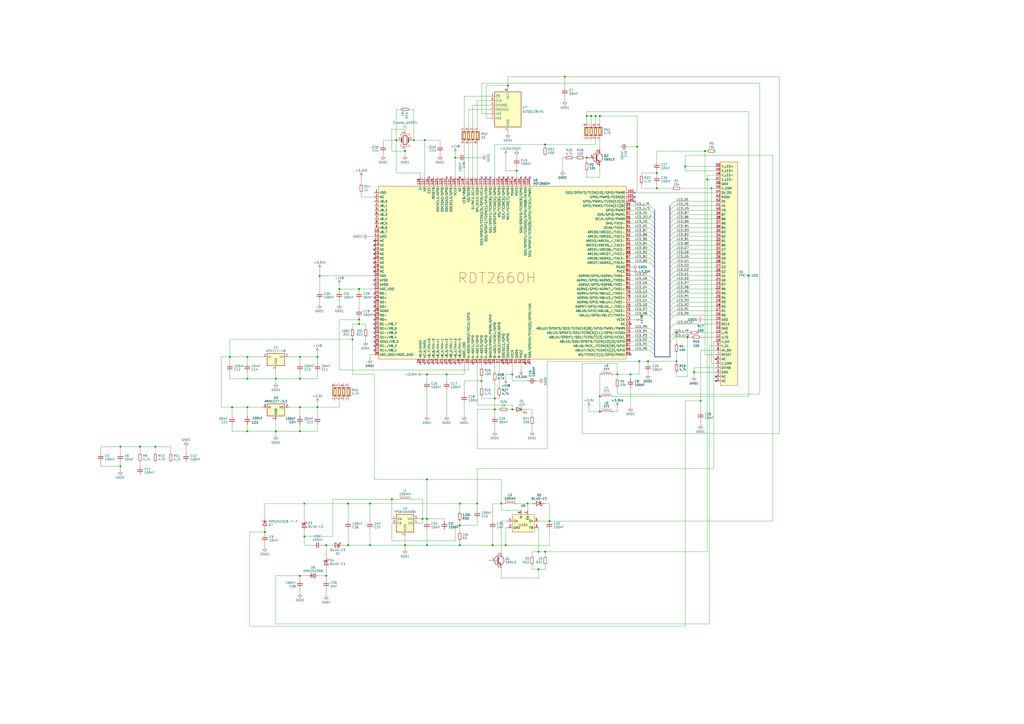
<source format=kicad_sch>
(kicad_sch (version 20230121) (generator eeschema)
  (paper "A2")
  (junction (at 381 109.22))
  (junction (at 259.08 217.17))
  (junction (at 173.99 334.01))
  (junction (at 340.36 91.44))
  (junction (at 247.65 300.99))
  (junction (at 375.92 209.55))
  (junction (at 204.47 196.85))
  (junction (at 134.62 236.22))
  (junction (at 227.33 289.56))
  (junction (at 266.7 316.23))
  (junction (at 173.99 236.22))
  (junction (at 208.28 185.42))
  (junction (at 358.14 217.17))
  (junction (at 340.36 67.31))
  (junction (at 299.72 99.06))
  (junction (at 160.02 219.71))
  (junction (at 347.98 238.76))
  (junction (at 381 100.33))
  (junction (at 266.7 292.1))
  (junction (at 397.51 96.52))
  (junction (at 412.75 109.22))
  (junction (at 184.15 207.01))
  (junction (at 173.99 207.01))
  (junction (at 160.02 250.19))
  (junction (at 90.17 259.08))
  (junction (at 247.65 316.23))
  (junction (at 143.51 250.19))
  (junction (at 234.95 87.63))
  (junction (at 293.37 316.23))
  (junction (at 189.23 316.23))
  (junction (at 176.53 292.1))
  (junction (at 294.64 49.53))
  (junction (at 133.35 207.01))
  (junction (at 247.65 217.17))
  (junction (at 201.93 292.1))
  (junction (at 143.51 207.01))
  (junction (at 287.02 237.49))
  (junction (at 392.43 209.55))
  (junction (at 279.4 220.98))
  (junction (at 287.02 231.14))
  (junction (at 316.23 320.04))
  (junction (at 208.28 187.96))
  (junction (at 306.07 292.1))
  (junction (at 245.11 300.99))
  (junction (at 173.99 219.71))
  (junction (at 185.42 160.02))
  (junction (at 408.94 87.63))
  (junction (at 327.66 44.45))
  (junction (at 69.85 270.51))
  (junction (at 402.59 215.9))
  (junction (at 370.84 209.55))
  (junction (at 285.75 316.23))
  (junction (at 312.42 330.2))
  (junction (at 312.42 320.04))
  (junction (at 345.44 67.31))
  (junction (at 276.86 292.1))
  (junction (at 189.23 334.01))
  (junction (at 240.03 81.28))
  (junction (at 214.63 316.23))
  (junction (at 347.98 229.87))
  (junction (at 201.93 316.23))
  (junction (at 229.87 81.28))
  (junction (at 196.85 167.64))
  (junction (at 208.28 167.64))
  (junction (at 184.15 236.22))
  (junction (at 316.23 83.82))
  (junction (at 176.53 311.15))
  (junction (at 369.57 85.09))
  (junction (at 234.95 316.23))
  (junction (at 392.43 193.04))
  (junction (at 410.21 104.14))
  (junction (at 342.9 67.31))
  (junction (at 246.38 81.28))
  (junction (at 69.85 259.08))
  (junction (at 153.67 308.61))
  (junction (at 173.99 250.19))
  (junction (at 297.18 237.49))
  (junction (at 143.51 236.22))
  (junction (at 365.76 217.17))
  (junction (at 398.78 195.58))
  (junction (at 406.4 232.41))
  (junction (at 264.16 91.44))
  (junction (at 214.63 292.1))
  (junction (at 347.98 67.31))
  (junction (at 143.51 219.71))
  (junction (at 290.83 292.1))
  (junction (at 81.28 259.08))
  (junction (at 266.7 304.8))
  (junction (at 247.65 278.13))
  (junction (at 318.77 302.26))
  (junction (at 297.18 217.17))
  (no_connect (at 217.17 193.04))
  (no_connect (at 368.3 111.76))
  (no_connect (at 248.92 210.82))
  (no_connect (at 254 210.82))
  (no_connect (at 217.17 172.72))
  (no_connect (at 292.1 102.87))
  (no_connect (at 368.3 114.3))
  (no_connect (at 217.17 203.2))
  (no_connect (at 302.26 102.87))
  (no_connect (at 368.3 116.84))
  (no_connect (at 256.54 210.82))
  (no_connect (at 292.1 210.82))
  (no_connect (at 217.17 180.34))
  (no_connect (at 259.08 102.87))
  (no_connect (at 243.84 210.82))
  (no_connect (at 217.17 182.88))
  (no_connect (at 274.32 210.82))
  (no_connect (at 266.7 102.87))
  (no_connect (at 279.4 102.87))
  (no_connect (at 297.18 102.87))
  (no_connect (at 365.76 187.96))
  (no_connect (at 217.17 147.32))
  (no_connect (at 266.7 210.82))
  (no_connect (at 217.17 144.78))
  (no_connect (at 289.56 102.87))
  (no_connect (at 217.17 198.12))
  (no_connect (at 217.17 154.94))
  (no_connect (at 307.34 210.82))
  (no_connect (at 217.17 162.56))
  (no_connect (at 259.08 210.82))
  (no_connect (at 261.62 210.82))
  (no_connect (at 217.17 185.42))
  (no_connect (at 294.64 102.87))
  (no_connect (at 217.17 170.18))
  (no_connect (at 217.17 190.5))
  (no_connect (at 415.29 218.44))
  (no_connect (at 307.34 102.87))
  (no_connect (at 264.16 210.82))
  (no_connect (at 217.17 142.24))
  (no_connect (at 261.62 102.87))
  (no_connect (at 365.76 205.74))
  (no_connect (at 248.92 102.87))
  (no_connect (at 284.48 102.87))
  (no_connect (at 217.17 195.58))
  (no_connect (at 294.64 210.82))
  (no_connect (at 217.17 187.96))
  (no_connect (at 217.17 165.1))
  (no_connect (at 281.94 210.82))
  (no_connect (at 217.17 152.4))
  (no_connect (at 284.48 210.82))
  (no_connect (at 217.17 149.86))
  (no_connect (at 217.17 175.26))
  (no_connect (at 415.29 220.98))
  (no_connect (at 217.17 157.48))
  (no_connect (at 281.94 102.87))
  (no_connect (at 251.46 210.82))
  (no_connect (at 217.17 177.8))
  (no_connect (at 217.17 139.7))
  (no_connect (at 304.8 210.82))
  (no_connect (at 304.8 102.87))
  (no_connect (at 246.38 210.82))
  (no_connect (at 415.29 208.28))
  (no_connect (at 217.17 200.66))
  (bus_entry (at 388.62 129.54) (size 2.54 -2.54))
  (bus_entry (at 377.19 203.2) (size 2.54 2.54))
  (bus_entry (at 388.62 190.5) (size 2.54 -2.54))
  (bus_entry (at 377.19 180.34) (size 2.54 2.54))
  (bus_entry (at 388.62 175.26) (size 2.54 -2.54))
  (bus_entry (at 388.62 157.48) (size 2.54 -2.54))
  (bus_entry (at 388.62 132.08) (size 2.54 -2.54))
  (bus_entry (at 377.19 175.26) (size 2.54 2.54))
  (bus_entry (at 377.19 142.24) (size 2.54 2.54))
  (bus_entry (at 377.19 147.32) (size 2.54 2.54))
  (bus_entry (at 377.19 200.66) (size 2.54 2.54))
  (bus_entry (at 388.62 119.38) (size 2.54 -2.54))
  (bus_entry (at 388.62 167.64) (size 2.54 -2.54))
  (bus_entry (at 388.62 198.12) (size 2.54 -2.54))
  (bus_entry (at 388.62 137.16) (size 2.54 -2.54))
  (bus_entry (at 388.62 139.7) (size 2.54 -2.54))
  (bus_entry (at 377.19 165.1) (size 2.54 2.54))
  (bus_entry (at 388.62 195.58) (size 2.54 -2.54))
  (bus_entry (at 388.62 144.78) (size 2.54 -2.54))
  (bus_entry (at 377.19 127) (size 2.54 2.54))
  (bus_entry (at 388.62 127) (size 2.54 -2.54))
  (bus_entry (at 388.62 177.8) (size 2.54 -2.54))
  (bus_entry (at 388.62 180.34) (size 2.54 -2.54))
  (bus_entry (at 377.19 121.92) (size 2.54 2.54))
  (bus_entry (at 388.62 170.18) (size 2.54 -2.54))
  (bus_entry (at 388.62 172.72) (size 2.54 -2.54))
  (bus_entry (at 388.62 142.24) (size 2.54 -2.54))
  (bus_entry (at 377.19 172.72) (size 2.54 2.54))
  (bus_entry (at 377.19 177.8) (size 2.54 2.54))
  (bus_entry (at 388.62 121.92) (size 2.54 -2.54))
  (bus_entry (at 377.19 167.64) (size 2.54 2.54))
  (bus_entry (at 377.19 152.4) (size 2.54 2.54))
  (bus_entry (at 388.62 162.56) (size 2.54 -2.54))
  (bus_entry (at 388.62 149.86) (size 2.54 -2.54))
  (bus_entry (at 388.62 154.94) (size 2.54 -2.54))
  (bus_entry (at 377.19 193.04) (size 2.54 2.54))
  (bus_entry (at 377.19 190.5) (size 2.54 2.54))
  (bus_entry (at 377.19 195.58) (size 2.54 2.54))
  (bus_entry (at 388.62 134.62) (size 2.54 -2.54))
  (bus_entry (at 388.62 147.32) (size 2.54 -2.54))
  (bus_entry (at 377.19 129.54) (size 2.54 2.54))
  (bus_entry (at 377.19 182.88) (size 2.54 2.54))
  (bus_entry (at 377.19 134.62) (size 2.54 2.54))
  (bus_entry (at 377.19 124.46) (size 2.54 2.54))
  (bus_entry (at 377.19 170.18) (size 2.54 2.54))
  (bus_entry (at 388.62 185.42) (size 2.54 -2.54))
  (bus_entry (at 377.19 149.86) (size 2.54 2.54))
  (bus_entry (at 377.19 198.12) (size 2.54 2.54))
  (bus_entry (at 388.62 124.46) (size 2.54 -2.54))
  (bus_entry (at 377.19 137.16) (size 2.54 2.54))
  (bus_entry (at 377.19 160.02) (size 2.54 2.54))
  (bus_entry (at 388.62 152.4) (size 2.54 -2.54))
  (bus_entry (at 377.19 144.78) (size 2.54 2.54))
  (bus_entry (at 388.62 165.1) (size 2.54 -2.54))
  (bus_entry (at 377.19 162.56) (size 2.54 2.54))
  (bus_entry (at 377.19 139.7) (size 2.54 2.54))
  (bus_entry (at 388.62 160.02) (size 2.54 -2.54))
  (bus_entry (at 377.19 132.08) (size 2.54 2.54))
  (bus_entry (at 388.62 182.88) (size 2.54 -2.54))
  (bus_entry (at 377.19 119.38) (size 2.54 2.54))
  (wire (pts (xy 185.42 168.91) (xy 185.42 160.02)))
  (wire (pts (xy 144.78 363.22) (xy 397.51 363.22)))
  (wire (pts (xy 279.4 48.26) (xy 440.69 48.26)))
  (wire (pts (xy 264.16 91.44) (xy 265.43 91.44)))
  (wire (pts (xy 134.62 250.19) (xy 143.51 250.19)))
  (wire (pts (xy 245.11 289.56) (xy 238.76 289.56)))
  (wire (pts (xy 412.75 109.22) (xy 412.75 210.82)))
  (wire (pts (xy 185.42 156.21) (xy 185.42 160.02)))
  (wire (pts (xy 294.64 49.53) (xy 294.64 50.8)))
  (wire (pts (xy 340.36 102.87) (xy 347.98 102.87)))
  (wire (pts (xy 214.63 292.1) (xy 266.7 292.1)))
  (wire (pts (xy 184.15 215.9) (xy 184.15 219.71)))
  (wire (pts (xy 341.63 238.76) (xy 347.98 238.76)))
  (bus (pts (xy 388.62 160.02) (xy 388.62 162.56)))
  (bus (pts (xy 388.62 119.38) (xy 388.62 121.92)))
  (wire (pts (xy 365.76 165.1) (xy 377.19 165.1)))
  (wire (pts (xy 290.83 302.26) (xy 290.83 320.04)))
  (wire (pts (xy 381 99.06) (xy 381 100.33)))
  (wire (pts (xy 201.93 302.26) (xy 201.93 292.1)))
  (wire (pts (xy 176.53 311.15) (xy 193.04 311.15)))
  (wire (pts (xy 208.28 167.64) (xy 208.28 168.91)))
  (wire (pts (xy 81.28 259.08) (xy 81.28 262.89)))
  (wire (pts (xy 317.5 260.35) (xy 317.5 209.55)))
  (wire (pts (xy 285.75 316.23) (xy 285.75 307.34)))
  (wire (pts (xy 279.4 220.98) (xy 279.4 224.79)))
  (wire (pts (xy 217.17 114.3) (xy 209.55 114.3)))
  (wire (pts (xy 391.16 116.84) (xy 415.29 116.84)))
  (wire (pts (xy 287.02 237.49) (xy 276.86 237.49)))
  (wire (pts (xy 369.57 67.31) (xy 347.98 67.31)))
  (wire (pts (xy 297.18 237.49) (xy 297.18 234.95)))
  (bus (pts (xy 388.62 177.8) (xy 388.62 180.34)))
  (wire (pts (xy 227.33 74.93) (xy 234.95 74.93)))
  (wire (pts (xy 365.76 162.56) (xy 377.19 162.56)))
  (wire (pts (xy 326.39 99.06) (xy 326.39 91.44)))
  (wire (pts (xy 365.76 180.34) (xy 377.19 180.34)))
  (wire (pts (xy 312.42 306.07) (xy 312.42 320.04)))
  (wire (pts (xy 259.08 226.06) (xy 259.08 241.3)))
  (wire (pts (xy 410.21 320.04) (xy 316.23 320.04)))
  (wire (pts (xy 234.95 87.63) (xy 234.95 90.17)))
  (wire (pts (xy 308.61 237.49) (xy 308.61 241.3)))
  (wire (pts (xy 247.65 300.99) (xy 247.65 302.26)))
  (wire (pts (xy 90.17 259.08) (xy 90.17 262.89)))
  (wire (pts (xy 365.76 119.38) (xy 377.19 119.38)))
  (wire (pts (xy 392.43 210.82) (xy 392.43 209.55)))
  (wire (pts (xy 365.76 157.48) (xy 367.03 157.48)))
  (wire (pts (xy 276.86 304.8) (xy 276.86 300.99)))
  (wire (pts (xy 389.89 109.22) (xy 381 109.22)))
  (wire (pts (xy 153.67 308.61) (xy 153.67 309.88)))
  (wire (pts (xy 255.27 90.17) (xy 255.27 88.9)))
  (wire (pts (xy 415.29 205.74) (xy 408.94 205.74)))
  (wire (pts (xy 369.57 85.09) (xy 369.57 67.31)))
  (wire (pts (xy 369.57 111.76) (xy 369.57 85.09)))
  (bus (pts (xy 379.73 205.74) (xy 379.73 207.01)))
  (wire (pts (xy 234.95 311.15) (xy 234.95 316.23)))
  (wire (pts (xy 269.24 220.98) (xy 279.4 220.98)))
  (bus (pts (xy 388.62 195.58) (xy 388.62 198.12)))
  (wire (pts (xy 391.16 149.86) (xy 415.29 149.86)))
  (wire (pts (xy 372.11 101.6) (xy 372.11 100.33)))
  (wire (pts (xy 290.83 292.1) (xy 292.1 292.1)))
  (wire (pts (xy 229.87 63.5) (xy 232.41 63.5)))
  (wire (pts (xy 337.82 251.46) (xy 452.12 251.46)))
  (wire (pts (xy 240.03 81.28) (xy 246.38 81.28)))
  (wire (pts (xy 391.16 119.38) (xy 415.29 119.38)))
  (wire (pts (xy 276.86 260.35) (xy 317.5 260.35)))
  (wire (pts (xy 217.17 278.13) (xy 217.17 217.17)))
  (bus (pts (xy 379.73 147.32) (xy 379.73 149.86)))
  (wire (pts (xy 266.7 304.8) (xy 276.86 304.8)))
  (wire (pts (xy 290.83 330.2) (xy 290.83 335.28)))
  (wire (pts (xy 214.63 307.34) (xy 214.63 316.23)))
  (wire (pts (xy 327.66 44.45) (xy 327.66 50.8)))
  (wire (pts (xy 274.32 83.82) (xy 274.32 102.87)))
  (wire (pts (xy 365.76 147.32) (xy 377.19 147.32)))
  (wire (pts (xy 287.02 210.82) (xy 287.02 215.9)))
  (bus (pts (xy 388.62 127) (xy 388.62 129.54)))
  (wire (pts (xy 285.75 316.23) (xy 293.37 316.23)))
  (wire (pts (xy 143.51 215.9) (xy 143.51 219.71)))
  (wire (pts (xy 279.4 210.82) (xy 279.4 213.36)))
  (wire (pts (xy 133.35 196.85) (xy 133.35 207.01)))
  (wire (pts (xy 365.76 149.86) (xy 377.19 149.86)))
  (wire (pts (xy 237.49 63.5) (xy 240.03 63.5)))
  (wire (pts (xy 229.87 81.28) (xy 231.14 81.28)))
  (wire (pts (xy 264.16 313.69) (xy 264.16 304.8)))
  (wire (pts (xy 297.18 217.17) (xy 297.18 210.82)))
  (wire (pts (xy 279.4 229.87) (xy 279.4 231.14)))
  (wire (pts (xy 214.63 302.26) (xy 214.63 292.1)))
  (wire (pts (xy 143.51 236.22) (xy 152.4 236.22)))
  (wire (pts (xy 365.76 172.72) (xy 377.19 172.72)))
  (wire (pts (xy 289.56 231.14) (xy 287.02 231.14)))
  (wire (pts (xy 287.02 237.49) (xy 287.02 231.14)))
  (wire (pts (xy 365.76 127) (xy 377.19 127)))
  (wire (pts (xy 452.12 44.45) (xy 327.66 44.45)))
  (wire (pts (xy 381 87.63) (xy 408.94 87.63)))
  (wire (pts (xy 281.94 68.58) (xy 281.94 49.53)))
  (bus (pts (xy 379.73 162.56) (xy 379.73 165.1)))
  (wire (pts (xy 134.62 236.22) (xy 143.51 236.22)))
  (wire (pts (xy 365.76 139.7) (xy 377.19 139.7)))
  (wire (pts (xy 402.59 218.44) (xy 402.59 215.9)))
  (wire (pts (xy 365.76 132.08) (xy 377.19 132.08)))
  (wire (pts (xy 196.85 167.64) (xy 196.85 168.91)))
  (bus (pts (xy 388.62 190.5) (xy 388.62 195.58)))
  (wire (pts (xy 302.26 295.91) (xy 290.83 295.91)))
  (wire (pts (xy 257.81 302.26) (xy 257.81 300.99)))
  (wire (pts (xy 196.85 214.63) (xy 196.85 185.42)))
  (wire (pts (xy 269.24 83.82) (xy 269.24 102.87)))
  (bus (pts (xy 379.73 167.64) (xy 379.73 170.18)))
  (wire (pts (xy 358.14 238.76) (xy 355.6 238.76)))
  (bus (pts (xy 379.73 175.26) (xy 379.73 177.8)))
  (bus (pts (xy 379.73 172.72) (xy 379.73 175.26)))
  (wire (pts (xy 391.16 193.04) (xy 392.43 193.04)))
  (wire (pts (xy 402.59 215.9) (xy 402.59 213.36)))
  (wire (pts (xy 189.23 334.01) (xy 189.23 336.55)))
  (bus (pts (xy 388.62 152.4) (xy 388.62 154.94)))
  (wire (pts (xy 318.77 292.1) (xy 318.77 302.26)))
  (wire (pts (xy 297.18 234.95) (xy 276.86 234.95)))
  (wire (pts (xy 153.67 299.72) (xy 153.67 292.1)))
  (wire (pts (xy 365.76 124.46) (xy 377.19 124.46)))
  (wire (pts (xy 312.42 330.2) (xy 316.23 330.2)))
  (wire (pts (xy 266.7 302.26) (xy 266.7 304.8)))
  (wire (pts (xy 347.98 217.17) (xy 347.98 229.87)))
  (wire (pts (xy 245.11 300.99) (xy 247.65 300.99)))
  (wire (pts (xy 391.16 147.32) (xy 415.29 147.32)))
  (wire (pts (xy 173.99 250.19) (xy 184.15 250.19)))
  (wire (pts (xy 434.34 229.87) (xy 434.34 64.77)))
  (wire (pts (xy 234.95 316.23) (xy 234.95 318.77)))
  (wire (pts (xy 257.81 300.99) (xy 247.65 300.99)))
  (wire (pts (xy 222.25 90.17) (xy 222.25 88.9)))
  (bus (pts (xy 388.62 144.78) (xy 388.62 147.32)))
  (wire (pts (xy 284.48 68.58) (xy 281.94 68.58)))
  (wire (pts (xy 176.53 308.61) (xy 176.53 311.15)))
  (wire (pts (xy 247.65 278.13) (xy 290.83 278.13)))
  (wire (pts (xy 240.03 63.5) (xy 240.03 81.28)))
  (bus (pts (xy 379.73 195.58) (xy 379.73 198.12)))
  (wire (pts (xy 160.02 219.71) (xy 173.99 219.71)))
  (wire (pts (xy 238.76 81.28) (xy 240.03 81.28)))
  (wire (pts (xy 365.76 137.16) (xy 377.19 137.16)))
  (wire (pts (xy 222.25 81.28) (xy 229.87 81.28)))
  (wire (pts (xy 173.99 207.01) (xy 173.99 210.82)))
  (wire (pts (xy 186.69 316.23) (xy 189.23 316.23)))
  (bus (pts (xy 388.62 137.16) (xy 388.62 139.7)))
  (wire (pts (xy 365.76 129.54) (xy 377.19 129.54)))
  (wire (pts (xy 153.67 308.61) (xy 144.78 308.61)))
  (wire (pts (xy 316.23 83.82) (xy 345.44 83.82)))
  (bus (pts (xy 379.73 207.01) (xy 388.62 207.01)))
  (bus (pts (xy 388.62 180.34) (xy 388.62 182.88)))
  (wire (pts (xy 201.93 307.34) (xy 201.93 316.23)))
  (wire (pts (xy 287.02 237.49) (xy 289.56 237.49)))
  (wire (pts (xy 266.7 308.61) (xy 266.7 304.8)))
  (wire (pts (xy 176.53 311.15) (xy 176.53 316.23)))
  (wire (pts (xy 255.27 83.82) (xy 255.27 81.28)))
  (wire (pts (xy 212.09 195.58) (xy 212.09 198.12)))
  (wire (pts (xy 234.95 74.93) (xy 234.95 76.2)))
  (wire (pts (xy 204.47 196.85) (xy 204.47 195.58)))
  (bus (pts (xy 379.73 177.8) (xy 379.73 180.34)))
  (wire (pts (xy 276.86 58.42) (xy 284.48 58.42)))
  (bus (pts (xy 379.73 139.7) (xy 379.73 142.24)))
  (wire (pts (xy 196.85 185.42) (xy 208.28 185.42)))
  (wire (pts (xy 302.26 210.82) (xy 302.26 214.63)))
  (wire (pts (xy 227.33 313.69) (xy 264.16 313.69)))
  (wire (pts (xy 160.02 361.95) (xy 411.48 361.95)))
  (wire (pts (xy 308.61 250.19) (xy 308.61 246.38)))
  (wire (pts (xy 213.36 137.16) (xy 217.17 137.16)))
  (wire (pts (xy 294.64 44.45) (xy 294.64 49.53)))
  (wire (pts (xy 412.75 109.22) (xy 415.29 109.22)))
  (wire (pts (xy 290.83 295.91) (xy 290.83 292.1)))
  (wire (pts (xy 392.43 193.04) (xy 400.05 193.04)))
  (wire (pts (xy 247.65 226.06) (xy 247.65 241.3)))
  (wire (pts (xy 276.86 73.66) (xy 276.86 58.42)))
  (wire (pts (xy 347.98 67.31) (xy 347.98 71.12)))
  (wire (pts (xy 406.4 232.41) (xy 406.4 238.76)))
  (wire (pts (xy 306.07 292.1) (xy 306.07 295.91)))
  (wire (pts (xy 358.14 236.22) (xy 358.14 238.76)))
  (wire (pts (xy 279.4 66.04) (xy 284.48 66.04)))
  (wire (pts (xy 276.86 271.78) (xy 414.02 271.78)))
  (wire (pts (xy 364.49 85.09) (xy 369.57 85.09)))
  (wire (pts (xy 160.02 250.19) (xy 160.02 252.73)))
  (wire (pts (xy 160.02 334.01) (xy 160.02 361.95)))
  (wire (pts (xy 208.28 187.96) (xy 212.09 187.96)))
  (wire (pts (xy 345.44 83.82) (xy 345.44 81.28)))
  (wire (pts (xy 402.59 213.36) (xy 415.29 213.36)))
  (wire (pts (xy 243.84 100.33) (xy 243.84 102.87)))
  (wire (pts (xy 375.92 215.9) (xy 375.92 217.17)))
  (wire (pts (xy 242.57 303.53) (xy 245.11 303.53)))
  (wire (pts (xy 365.76 175.26) (xy 377.19 175.26)))
  (wire (pts (xy 293.37 90.17) (xy 293.37 99.06)))
  (wire (pts (xy 381 87.63) (xy 381 93.98)))
  (wire (pts (xy 196.85 167.64) (xy 208.28 167.64)))
  (wire (pts (xy 276.86 234.95) (xy 276.86 210.82)))
  (wire (pts (xy 222.25 81.28) (xy 222.25 83.82)))
  (wire (pts (xy 281.94 49.53) (xy 294.64 49.53)))
  (wire (pts (xy 287.02 102.87) (xy 287.02 83.82)))
  (bus (pts (xy 388.62 162.56) (xy 388.62 165.1)))
  (wire (pts (xy 345.44 67.31) (xy 347.98 67.31)))
  (bus (pts (xy 379.73 137.16) (xy 379.73 139.7)))
  (wire (pts (xy 318.77 292.1) (xy 316.23 292.1)))
  (wire (pts (xy 184.15 236.22) (xy 196.85 236.22)))
  (wire (pts (xy 391.16 177.8) (xy 415.29 177.8)))
  (wire (pts (xy 312.42 302.26) (xy 318.77 302.26)))
  (wire (pts (xy 410.21 104.14) (xy 410.21 320.04)))
  (wire (pts (xy 340.36 99.06) (xy 340.36 102.87)))
  (bus (pts (xy 388.62 149.86) (xy 388.62 152.4)))
  (wire (pts (xy 391.16 129.54) (xy 415.29 129.54)))
  (bus (pts (xy 379.73 198.12) (xy 379.73 200.66)))
  (wire (pts (xy 340.36 67.31) (xy 342.9 67.31)))
  (wire (pts (xy 397.51 99.06) (xy 415.29 99.06)))
  (wire (pts (xy 316.23 322.58) (xy 316.23 320.04)))
  (wire (pts (xy 234.95 87.63) (xy 234.95 86.36)))
  (wire (pts (xy 209.55 114.3) (xy 209.55 111.76)))
  (wire (pts (xy 365.76 144.78) (xy 377.19 144.78)))
  (bus (pts (xy 388.62 129.54) (xy 388.62 132.08)))
  (wire (pts (xy 312.42 220.98) (xy 311.15 220.98)))
  (wire (pts (xy 308.61 320.04) (xy 308.61 322.58)))
  (wire (pts (xy 391.16 175.26) (xy 415.29 175.26)))
  (wire (pts (xy 391.16 154.94) (xy 415.29 154.94)))
  (wire (pts (xy 276.86 237.49) (xy 276.86 260.35)))
  (wire (pts (xy 269.24 210.82) (xy 269.24 217.17)))
  (wire (pts (xy 339.09 91.44) (xy 340.36 91.44)))
  (wire (pts (xy 397.51 90.17) (xy 397.51 96.52)))
  (wire (pts (xy 247.65 278.13) (xy 217.17 278.13)))
  (wire (pts (xy 201.93 316.23) (xy 214.63 316.23)))
  (wire (pts (xy 196.85 173.99) (xy 196.85 176.53)))
  (wire (pts (xy 229.87 100.33) (xy 243.84 100.33)))
  (wire (pts (xy 358.14 217.17) (xy 365.76 217.17)))
  (wire (pts (xy 217.17 217.17) (xy 204.47 217.17)))
  (wire (pts (xy 204.47 187.96) (xy 208.28 187.96)))
  (wire (pts (xy 173.99 215.9) (xy 173.99 219.71)))
  (wire (pts (xy 308.61 330.2) (xy 312.42 330.2)))
  (wire (pts (xy 266.7 313.69) (xy 266.7 316.23)))
  (bus (pts (xy 379.73 152.4) (xy 379.73 154.94)))
  (wire (pts (xy 316.23 85.09) (xy 316.23 83.82)))
  (wire (pts (xy 391.16 162.56) (xy 415.29 162.56)))
  (wire (pts (xy 143.51 207.01) (xy 143.51 210.82)))
  (wire (pts (xy 394.97 109.22) (xy 412.75 109.22)))
  (wire (pts (xy 415.29 101.6) (xy 410.21 101.6)))
  (wire (pts (xy 128.27 236.22) (xy 128.27 207.01)))
  (wire (pts (xy 160.02 214.63) (xy 160.02 219.71)))
  (wire (pts (xy 208.28 173.99) (xy 208.28 179.07)))
  (wire (pts (xy 332.74 91.44) (xy 334.01 91.44)))
  (wire (pts (xy 185.42 334.01) (xy 189.23 334.01)))
  (wire (pts (xy 285.75 292.1) (xy 285.75 302.26)))
  (wire (pts (xy 279.4 48.26) (xy 279.4 66.04)))
  (wire (pts (xy 337.82 210.82) (xy 337.82 251.46)))
  (wire (pts (xy 144.78 308.61) (xy 144.78 363.22)))
  (wire (pts (xy 99.06 259.08) (xy 99.06 262.89)))
  (wire (pts (xy 412.75 210.82) (xy 415.29 210.82)))
  (wire (pts (xy 133.35 219.71) (xy 143.51 219.71)))
  (wire (pts (xy 133.35 207.01) (xy 133.35 210.82)))
  (wire (pts (xy 304.8 237.49) (xy 308.61 237.49)))
  (wire (pts (xy 176.53 316.23) (xy 181.61 316.23)))
  (wire (pts (xy 279.4 91.44) (xy 270.51 91.44)))
  (bus (pts (xy 379.73 182.88) (xy 379.73 185.42)))
  (wire (pts (xy 414.02 198.12) (xy 415.29 198.12)))
  (wire (pts (xy 407.67 185.42) (xy 415.29 185.42)))
  (wire (pts (xy 143.51 250.19) (xy 160.02 250.19)))
  (wire (pts (xy 365.76 219.71) (xy 365.76 217.17)))
  (bus (pts (xy 388.62 132.08) (xy 388.62 134.62)))
  (wire (pts (xy 365.76 152.4) (xy 377.19 152.4)))
  (wire (pts (xy 289.56 210.82) (xy 289.56 224.79)))
  (wire (pts (xy 365.76 195.58) (xy 377.19 195.58)))
  (wire (pts (xy 184.15 241.3) (xy 184.15 236.22)))
  (wire (pts (xy 297.18 217.17) (xy 297.18 220.98)))
  (wire (pts (xy 326.39 91.44) (xy 327.66 91.44)))
  (bus (pts (xy 379.73 203.2) (xy 379.73 205.74)))
  (wire (pts (xy 294.64 237.49) (xy 297.18 237.49)))
  (wire (pts (xy 227.33 303.53) (xy 227.33 313.69)))
  (wire (pts (xy 133.35 207.01) (xy 143.51 207.01)))
  (wire (pts (xy 201.93 292.1) (xy 214.63 292.1)))
  (wire (pts (xy 306.07 292.1) (xy 308.61 292.1)))
  (wire (pts (xy 269.24 217.17) (xy 259.08 217.17)))
  (wire (pts (xy 365.76 154.94) (xy 367.03 154.94)))
  (wire (pts (xy 299.72 292.1) (xy 306.07 292.1)))
  (wire (pts (xy 365.76 236.22) (xy 365.76 224.79)))
  (wire (pts (xy 209.55 102.87) (xy 209.55 106.68)))
  (wire (pts (xy 406.4 195.58) (xy 415.29 195.58)))
  (wire (pts (xy 271.78 210.82) (xy 271.78 214.63)))
  (wire (pts (xy 193.04 311.15) (xy 193.04 289.56)))
  (wire (pts (xy 227.33 300.99) (xy 227.33 289.56)))
  (bus (pts (xy 388.62 121.92) (xy 388.62 124.46)))
  (wire (pts (xy 397.51 363.22) (xy 397.51 232.41)))
  (wire (pts (xy 276.86 292.1) (xy 276.86 295.91)))
  (wire (pts (xy 290.83 335.28) (xy 312.42 335.28)))
  (wire (pts (xy 327.66 55.88) (xy 327.66 58.42)))
  (wire (pts (xy 214.63 316.23) (xy 234.95 316.23)))
  (wire (pts (xy 153.67 314.96) (xy 153.67 317.5)))
  (wire (pts (xy 176.53 292.1) (xy 176.53 300.99)))
  (wire (pts (xy 167.64 236.22) (xy 173.99 236.22)))
  (wire (pts (xy 381 100.33) (xy 381 101.6)))
  (wire (pts (xy 452.12 251.46) (xy 452.12 44.45)))
  (wire (pts (xy 406.4 203.2) (xy 415.29 203.2)))
  (wire (pts (xy 365.76 193.04) (xy 377.19 193.04)))
  (wire (pts (xy 402.59 215.9) (xy 415.29 215.9)))
  (bus (pts (xy 388.62 182.88) (xy 388.62 185.42)))
  (wire (pts (xy 355.6 229.87) (xy 434.34 229.87)))
  (wire (pts (xy 276.86 292.1) (xy 276.86 271.78)))
  (wire (pts (xy 69.85 273.05) (xy 69.85 270.51)))
  (wire (pts (xy 405.13 193.04) (xy 415.29 193.04)))
  (wire (pts (xy 189.23 330.2) (xy 189.23 334.01)))
  (wire (pts (xy 293.37 217.17) (xy 297.18 217.17)))
  (wire (pts (xy 173.99 344.17) (xy 173.99 341.63)))
  (wire (pts (xy 365.76 177.8) (xy 377.19 177.8)))
  (wire (pts (xy 274.32 73.66) (xy 274.32 60.96)))
  (wire (pts (xy 247.65 316.23) (xy 266.7 316.23)))
  (wire (pts (xy 285.75 316.23) (xy 266.7 316.23)))
  (wire (pts (xy 392.43 204.47) (xy 392.43 209.55)))
  (wire (pts (xy 318.77 302.26) (xy 448.31 302.26)))
  (wire (pts (xy 290.83 292.1) (xy 290.83 278.13)))
  (wire (pts (xy 255.27 81.28) (xy 246.38 81.28)))
  (wire (pts (xy 204.47 217.17) (xy 204.47 196.85)))
  (wire (pts (xy 69.85 270.51) (xy 58.42 270.51)))
  (wire (pts (xy 294.64 302.26) (xy 290.83 302.26)))
  (wire (pts (xy 365.76 185.42) (xy 368.3 185.42)))
  (wire (pts (xy 391.16 132.08) (xy 415.29 132.08)))
  (wire (pts (xy 189.23 316.23) (xy 191.77 316.23)))
  (wire (pts (xy 391.16 124.46) (xy 415.29 124.46)))
  (wire (pts (xy 381 109.22) (xy 381 106.68)))
  (wire (pts (xy 193.04 289.56) (xy 227.33 289.56)))
  (wire (pts (xy 143.51 207.01) (xy 152.4 207.01)))
  (bus (pts (xy 388.62 124.46) (xy 388.62 127)))
  (wire (pts (xy 185.42 160.02) (xy 217.17 160.02)))
  (bus (pts (xy 379.73 121.92) (xy 379.73 124.46)))
  (bus (pts (xy 379.73 132.08) (xy 379.73 134.62)))
  (wire (pts (xy 81.28 259.08) (xy 69.85 259.08)))
  (wire (pts (xy 128.27 207.01) (xy 133.35 207.01)))
  (wire (pts (xy 316.23 327.66) (xy 316.23 330.2)))
  (wire (pts (xy 391.16 157.48) (xy 415.29 157.48)))
  (bus (pts (xy 388.62 134.62) (xy 388.62 137.16)))
  (wire (pts (xy 245.11 300.99) (xy 245.11 289.56)))
  (wire (pts (xy 208.28 185.42) (xy 208.28 187.96)))
  (wire (pts (xy 312.42 320.04) (xy 308.61 320.04)))
  (wire (pts (xy 242.57 300.99) (xy 245.11 300.99)))
  (bus (pts (xy 388.62 147.32) (xy 388.62 149.86)))
  (wire (pts (xy 391.16 144.78) (xy 415.29 144.78)))
  (wire (pts (xy 411.48 200.66) (xy 415.29 200.66)))
  (bus (pts (xy 379.73 144.78) (xy 379.73 147.32)))
  (bus (pts (xy 388.62 185.42) (xy 388.62 190.5)))
  (wire (pts (xy 134.62 236.22) (xy 128.27 236.22)))
  (bus (pts (xy 379.73 127) (xy 379.73 129.54)))
  (wire (pts (xy 287.02 246.38) (xy 287.02 250.19)))
  (wire (pts (xy 347.98 229.87) (xy 347.98 238.76)))
  (wire (pts (xy 184.15 204.47) (xy 184.15 207.01)))
  (wire (pts (xy 347.98 81.28) (xy 347.98 86.36)))
  (wire (pts (xy 410.21 101.6) (xy 410.21 104.14)))
  (wire (pts (xy 185.42 173.99) (xy 185.42 176.53)))
  (wire (pts (xy 369.57 111.76) (xy 415.29 111.76)))
  (wire (pts (xy 342.9 67.31) (xy 345.44 67.31)))
  (wire (pts (xy 355.6 217.17) (xy 358.14 217.17)))
  (wire (pts (xy 340.36 93.98) (xy 340.36 91.44)))
  (wire (pts (xy 293.37 316.23) (xy 318.77 316.23)))
  (wire (pts (xy 69.85 259.08) (xy 69.85 262.89)))
  (wire (pts (xy 289.56 231.14) (xy 289.56 229.87)))
  (wire (pts (xy 279.4 231.14) (xy 287.02 231.14)))
  (wire (pts (xy 284.48 55.88) (xy 269.24 55.88)))
  (bus (pts (xy 379.73 129.54) (xy 379.73 132.08)))
  (wire (pts (xy 214.63 205.74) (xy 217.17 205.74)))
  (wire (pts (xy 160.02 243.84) (xy 160.02 250.19)))
  (wire (pts (xy 204.47 196.85) (xy 133.35 196.85)))
  (wire (pts (xy 414.02 271.78) (xy 414.02 198.12)))
  (wire (pts (xy 264.16 91.44) (xy 264.16 102.87)))
  (wire (pts (xy 358.14 217.17) (xy 358.14 210.82)))
  (wire (pts (xy 299.72 90.17) (xy 299.72 91.44)))
  (bus (pts (xy 379.73 165.1) (xy 379.73 167.64)))
  (wire (pts (xy 391.16 127) (xy 415.29 127)))
  (wire (pts (xy 134.62 241.3) (xy 134.62 236.22)))
  (wire (pts (xy 347.98 102.87) (xy 347.98 96.52)))
  (wire (pts (xy 173.99 236.22) (xy 184.15 236.22)))
  (wire (pts (xy 247.65 307.34) (xy 247.65 316.23)))
  (wire (pts (xy 312.42 335.28) (xy 312.42 330.2)))
  (wire (pts (xy 365.76 170.18) (xy 377.19 170.18)))
  (wire (pts (xy 285.75 292.1) (xy 290.83 292.1)))
  (wire (pts (xy 208.28 167.64) (xy 217.17 167.64)))
  (wire (pts (xy 271.78 63.5) (xy 284.48 63.5)))
  (wire (pts (xy 392.43 215.9) (xy 392.43 218.44)))
  (bus (pts (xy 379.73 154.94) (xy 379.73 162.56)))
  (bus (pts (xy 388.62 198.12) (xy 388.62 207.01)))
  (wire (pts (xy 264.16 304.8) (xy 266.7 304.8)))
  (wire (pts (xy 90.17 259.08) (xy 81.28 259.08)))
  (wire (pts (xy 153.67 292.1) (xy 176.53 292.1)))
  (wire (pts (xy 287.02 83.82) (xy 316.23 83.82)))
  (bus (pts (xy 379.73 142.24) (xy 379.73 144.78)))
  (wire (pts (xy 184.15 233.68) (xy 184.15 236.22)))
  (wire (pts (xy 372.11 100.33) (xy 381 100.33)))
  (bus (pts (xy 379.73 200.66) (xy 379.73 203.2)))
  (wire (pts (xy 247.65 278.13) (xy 247.65 300.99)))
  (wire (pts (xy 358.14 217.17) (xy 358.14 219.71)))
  (wire (pts (xy 259.08 217.17) (xy 259.08 220.98)))
  (wire (pts (xy 184.15 219.71) (xy 173.99 219.71)))
  (wire (pts (xy 107.95 259.08) (xy 107.95 262.89)))
  (wire (pts (xy 391.16 182.88) (xy 415.29 182.88)))
  (wire (pts (xy 269.24 233.68) (xy 269.24 241.3)))
  (wire (pts (xy 370.84 217.17) (xy 370.84 209.55)))
  (wire (pts (xy 358.14 224.79) (xy 358.14 228.6)))
  (wire (pts (xy 173.99 250.19) (xy 173.99 246.38)))
  (wire (pts (xy 227.33 87.63) (xy 227.33 74.93)))
  (wire (pts (xy 294.64 76.2) (xy 294.64 77.47)))
  (bus (pts (xy 379.73 149.86) (xy 379.73 152.4)))
  (wire (pts (xy 408.94 87.63) (xy 410.21 87.63)))
  (wire (pts (xy 293.37 99.06) (xy 299.72 99.06)))
  (wire (pts (xy 143.51 250.19) (xy 143.51 246.38)))
  (wire (pts (xy 365.76 142.24) (xy 377.19 142.24)))
  (wire (pts (xy 58.42 259.08) (xy 58.42 262.89)))
  (wire (pts (xy 173.99 334.01) (xy 177.8 334.01)))
  (wire (pts (xy 391.16 172.72) (xy 415.29 172.72)))
  (wire (pts (xy 269.24 228.6) (xy 269.24 220.98)))
  (wire (pts (xy 184.15 246.38) (xy 184.15 250.19)))
  (wire (pts (xy 196.85 214.63) (xy 271.78 214.63)))
  (wire (pts (xy 208.28 184.15) (xy 208.28 185.42)))
  (wire (pts (xy 234.95 316.23) (xy 247.65 316.23)))
  (wire (pts (xy 269.24 55.88) (xy 269.24 73.66)))
  (wire (pts (xy 398.78 218.44) (xy 398.78 195.58)))
  (wire (pts (xy 189.23 316.23) (xy 189.23 322.58)))
  (wire (pts (xy 266.7 297.18) (xy 266.7 292.1)))
  (wire (pts (xy 317.5 209.55) (xy 370.84 209.55)))
  (wire (pts (xy 391.16 142.24) (xy 415.29 142.24)))
  (bus (pts (xy 379.73 134.62) (xy 379.73 137.16)))
  (wire (pts (xy 173.99 336.55) (xy 173.99 334.01)))
  (wire (pts (xy 440.69 228.6) (xy 440.69 48.26)))
  (wire (pts (xy 391.16 121.92) (xy 415.29 121.92)))
  (wire (pts (xy 391.16 137.16) (xy 415.29 137.16)))
  (wire (pts (xy 167.64 207.01) (xy 173.99 207.01)))
  (wire (pts (xy 276.86 83.82) (xy 276.86 102.87)))
  (wire (pts (xy 196.85 236.22) (xy 196.85 232.41)))
  (wire (pts (xy 365.76 167.64) (xy 377.19 167.64)))
  (wire (pts (xy 408.94 205.74) (xy 408.94 87.63)))
  (wire (pts (xy 391.16 165.1) (xy 415.29 165.1)))
  (wire (pts (xy 375.92 210.82) (xy 375.92 209.55)))
  (wire (pts (xy 173.99 334.01) (xy 160.02 334.01)))
  (wire (pts (xy 391.16 170.18) (xy 415.29 170.18)))
  (wire (pts (xy 345.44 67.31) (xy 345.44 71.12)))
  (wire (pts (xy 58.42 270.51) (xy 58.42 267.97)))
  (bus (pts (xy 379.73 124.46) (xy 379.73 127)))
  (wire (pts (xy 204.47 190.5) (xy 204.47 187.96)))
  (wire (pts (xy 365.76 160.02) (xy 377.19 160.02)))
  (wire (pts (xy 297.18 220.98) (xy 306.07 220.98)))
  (wire (pts (xy 411.48 361.95) (xy 411.48 200.66)))
  (wire (pts (xy 271.78 83.82) (xy 271.78 102.87)))
  (wire (pts (xy 293.37 306.07) (xy 294.64 306.07)))
  (wire (pts (xy 365.76 200.66) (xy 377.19 200.66)))
  (wire (pts (xy 199.39 316.23) (xy 201.93 316.23)))
  (wire (pts (xy 397.51 96.52) (xy 397.51 99.06)))
  (wire (pts (xy 391.16 152.4) (xy 415.29 152.4)))
  (bus (pts (xy 388.62 157.48) (xy 388.62 160.02)))
  (wire (pts (xy 327.66 44.45) (xy 294.64 44.45)))
  (wire (pts (xy 365.76 198.12) (xy 377.19 198.12)))
  (wire (pts (xy 340.36 64.77) (xy 434.34 64.77)))
  (wire (pts (xy 365.76 190.5) (xy 377.19 190.5)))
  (bus (pts (xy 388.62 167.64) (xy 388.62 170.18)))
  (wire (pts (xy 391.16 160.02) (xy 415.29 160.02)))
  (bus (pts (xy 388.62 142.24) (xy 388.62 144.78)))
  (wire (pts (xy 340.36 64.77) (xy 340.36 67.31)))
  (wire (pts (xy 264.16 88.9) (xy 264.16 91.44)))
  (wire (pts (xy 299.72 96.52) (xy 299.72 99.06)))
  (wire (pts (xy 189.23 345.44) (xy 189.23 341.63)))
  (wire (pts (xy 173.99 236.22) (xy 173.99 241.3)))
  (wire (pts (xy 69.85 259.08) (xy 58.42 259.08)))
  (bus (pts (xy 379.73 185.42) (xy 379.73 193.04)))
  (wire (pts (xy 234.95 87.63) (xy 227.33 87.63)))
  (wire (pts (xy 358.14 210.82) (xy 337.82 210.82)))
  (wire (pts (xy 293.37 219.71) (xy 293.37 217.17)))
  (wire (pts (xy 227.33 289.56) (xy 231.14 289.56)))
  (bus (pts (xy 388.62 165.1) (xy 388.62 167.64)))
  (wire (pts (xy 245.11 217.17) (xy 247.65 217.17)))
  (wire (pts (xy 365.76 121.92) (xy 377.19 121.92)))
  (wire (pts (xy 266.7 292.1) (xy 276.86 292.1)))
  (bus (pts (xy 388.62 139.7) (xy 388.62 142.24)))
  (wire (pts (xy 316.23 320.04) (xy 312.42 320.04)))
  (wire (pts (xy 372.11 109.22) (xy 381 109.22)))
  (wire (pts (xy 153.67 307.34) (xy 153.67 308.61)))
  (wire (pts (xy 229.87 81.28) (xy 229.87 63.5)))
  (wire (pts (xy 358.14 228.6) (xy 440.69 228.6)))
  (wire (pts (xy 318.77 307.34) (xy 318.77 316.23)))
  (wire (pts (xy 365.76 217.17) (xy 370.84 217.17)))
  (wire (pts (xy 247.65 220.98) (xy 247.65 217.17)))
  (wire (pts (xy 299.72 99.06) (xy 299.72 102.87)))
  (wire (pts (xy 342.9 67.31) (xy 342.9 71.12)))
  (wire (pts (xy 160.02 219.71) (xy 160.02 222.25)))
  (wire (pts (xy 173.99 207.01) (xy 184.15 207.01)))
  (wire (pts (xy 279.4 220.98) (xy 279.4 218.44)))
  (wire (pts (xy 391.16 134.62) (xy 415.29 134.62)))
  (wire (pts (xy 398.78 195.58) (xy 401.32 195.58)))
  (wire (pts (xy 184.15 207.01) (xy 184.15 210.82)))
  (wire (pts (xy 143.51 241.3) (xy 143.51 236.22)))
  (bus (pts (xy 379.73 180.34) (xy 379.73 182.88)))
  (bus (pts (xy 388.62 175.26) (xy 388.62 177.8)))
  (wire (pts (xy 176.53 292.1) (xy 201.93 292.1)))
  (wire (pts (xy 229.87 100.33) (xy 229.87 81.28)))
  (wire (pts (xy 415.29 96.52) (xy 397.51 96.52)))
  (wire (pts (xy 410.21 104.14) (xy 415.29 104.14)))
  (wire (pts (xy 134.62 250.19) (xy 134.62 246.38)))
  (wire (pts (xy 246.38 81.28) (xy 246.38 102.87)))
  (wire (pts (xy 287.02 237.49) (xy 287.02 241.3)))
  (wire (pts (xy 247.65 217.17) (xy 259.08 217.17)))
  (wire (pts (xy 391.16 167.64) (xy 415.29 167.64)))
  (wire (pts (xy 365.76 182.88) (xy 377.19 182.88)))
  (wire (pts (xy 287.02 220.98) (xy 287.02 231.14)))
  (bus (pts (xy 388.62 154.94) (xy 388.62 157.48)))
  (wire (pts (xy 391.16 180.34) (xy 415.29 180.34)))
  (wire (pts (xy 391.16 195.58) (xy 398.78 195.58)))
  (bus (pts (xy 379.73 170.18) (xy 379.73 172.72)))
  (wire (pts (xy 341.63 236.22) (xy 341.63 238.76)))
  (wire (pts (xy 308.61 327.66) (xy 308.61 330.2)))
  (wire (pts (xy 196.85 165.1) (xy 196.85 167.64)))
  (wire (pts (xy 99.06 259.08) (xy 90.17 259.08)))
  (wire (pts (xy 133.35 215.9) (xy 133.35 219.71)))
  (wire (pts (xy 293.37 316.23) (xy 293.37 306.07)))
  (wire (pts (xy 372.11 106.68) (xy 372.11 109.22)))
  (wire (pts (xy 370.84 209.55) (xy 375.92 209.55)))
  (bus (pts (xy 379.73 193.04) (xy 379.73 195.58)))
  (wire (pts (xy 397.51 232.41) (xy 406.4 232.41)))
  (wire (pts (xy 365.76 134.62) (xy 377.19 134.62)))
  (wire (pts (xy 391.16 187.96) (xy 415.29 187.96)))
  (wire (pts (xy 214.63 208.28) (xy 214.63 205.74)))
  (wire (pts (xy 81.28 270.51) (xy 81.28 267.97)))
  (wire (pts (xy 69.85 267.97) (xy 69.85 270.51)))
  (wire (pts (xy 274.32 60.96) (xy 284.48 60.96)))
  (bus (pts (xy 388.62 170.18) (xy 388.62 172.72)))
  (wire (pts (xy 143.51 219.71) (xy 160.02 219.71)))
  (wire (pts (xy 375.92 209.55) (xy 392.43 209.55)))
  (wire (pts (xy 406.4 243.84) (xy 406.4 246.38)))
  (wire (pts (xy 245.11 303.53) (xy 245.11 300.99)))
  (wire (pts (xy 406.4 203.2) (xy 406.4 232.41)))
  (wire (pts (xy 212.09 187.96) (xy 212.09 190.5)))
  (wire (pts (xy 392.43 218.44) (xy 398.78 218.44)))
  (wire (pts (xy 271.78 73.66) (xy 271.78 63.5)))
  (wire (pts (xy 160.02 250.19) (xy 173.99 250.19)))
  (wire (pts (xy 391.16 139.7) (xy 415.29 139.7)))
  (wire (pts (xy 365.76 203.2) (xy 377.19 203.2)))
  (wire (pts (xy 448.31 90.17) (xy 397.51 90.17)))
  (wire (pts (xy 340.36 71.12) (xy 340.36 67.31)))
  (wire (pts (xy 392.43 193.04) (xy 392.43 199.39)))
  (bus (pts (xy 388.62 172.72) (xy 388.62 175.26)))
  (wire (pts (xy 448.31 302.26) (xy 448.31 90.17)))
  (label "LCD_B3" (at 368.3 144.78 0))
  (label "LCD_R1" (at 392.43 180.34 0))
  (label "LCD_R4" (at 392.43 172.72 0))
  (label "LCD_R1" (at 368.3 200.66 0))
  (label "LCD_G4" (at 368.3 167.64 0))
  (label "LCD_R2" (at 392.43 177.8 0))
  (label "LCD_G3" (at 392.43 154.94 0))
  (label "LCD_HS" (at 392.43 121.92 0))
  (label "LCD_R5" (at 368.3 190.5 0))
  (label "LCD_R3" (at 368.3 195.58 0))
  (label "LCD_G6" (at 392.43 147.32 0))
  (label "LCD_B2" (at 368.3 147.32 0))
  (label "LCD_R0" (at 368.3 203.2 0))
  (label "LCD_HS" (at 368.3 129.54 0))
  (label "LCD_G6" (at 368.3 162.56 0))
  (label "LCD_L{slash}R" (at 368.3 119.38 0))
  (label "LCD_DE" (at 368.3 132.08 0))
  (label "LCD_B7" (at 368.3 134.62 0))
  (label "LCD_L{slash}R" (at 391.16 193.04 0))
  (label "LCD_B7" (at 392.43 124.46 0))
  (label "LCD_B1" (at 368.3 149.86 0))
  (label "LCD_B0" (at 368.3 152.4 0))
  (label "LCD_B4" (at 368.3 142.24 0))
  (label "LCD_R7" (at 368.3 180.34 0))
  (label "LCD_R0" (at 392.43 182.88 0))
  (label "LCD_G5" (at 392.43 149.86 0))
  (label "LCD_DE" (at 392.43 116.84 0))
  (label "LCD_B6" (at 368.3 137.16 0))
  (label "LCD_B2" (at 392.43 137.16 0))
  (label "LCD_B3" (at 392.43 134.62 0))
  (label "LCD_U{slash}D" (at 368.3 121.92 0))
  (label "LCD_R6" (at 392.43 167.64 0))
  (label "LCD_G2" (at 392.43 157.48 0))
  (label "LCD_R7" (at 392.43 165.1 0))
  (label "LCD_G4" (at 392.43 152.4 0))
  (label "LCD_G0" (at 368.3 177.8 0))
  (label "LCD_VS" (at 368.3 124.46 0))
  (label "LCD_VS" (at 392.43 119.38 0))
  (label "LCD_B6" (at 392.43 127 0))
  (label "LCD_B0" (at 392.43 142.24 0))
  (label "LCD_B4" (at 392.43 132.08 0))
  (label "LCD_B5" (at 392.43 129.54 0))
  (label "LCD_R5" (at 392.43 170.18 0))
  (label "LCD_DCLK" (at 392.43 187.96 0))
  (label "LCD_G1" (at 368.3 175.26 0))
  (label "LCD_G1" (at 392.43 160.02 0))
  (label "LCD_G5" (at 368.3 165.1 0))
  (label "LCD_G2" (at 368.3 172.72 0))
  (label "LCD_R3" (at 392.43 175.26 0))
  (label "LCD_R4" (at 368.3 193.04 0))
  (label "LCD_DCLK" (at 368.3 127 0))
  (label "LCD_G7" (at 392.43 144.78 0))
  (label "LCD_B1" (at 392.43 139.7 0))
  (label "LCD_B5" (at 368.3 139.7 0))
  (label "LCD_G7" (at 368.3 160.02 0))
  (label "LCD_G3" (at 368.3 170.18 0))
  (label "LCD_U{slash}D" (at 391.16 195.58 0))
  (label "LCD_R6" (at 368.3 182.88 0))
  (label "LCD_R2" (at 368.3 198.12 0))
  (label "LCD_G0" (at 392.43 162.56 0))
  (symbol (lib_id "Device:C_Small") (at 189.23 339.09 0) (unit 1)
    (property "Reference" "C39" (at 191.5541 338.0723 0) (effects (justify left)))
    (property "Value" "2mF" (at 191.5541 340.1203 0) (effects (justify left)))
    (property "Footprint" "Capacitor_SMD:C_0805_2012Metric" (effects hide))
  )
  (symbol (lib_id "Device:LED") (at 300.99 237.49 0) (mirror y) (unit 1)
    (property "Reference" "D1" (at 302.5775 232.64 0))
    (property "Value" "LED" (at 302.5775 234.688 0))
    (property "Footprint" "LED_SMD:LED_0603_1608Metric" (effects hide))
  )
  (symbol (lib_id "power:GND1") (at 160.02 222.25 0) (unit 1)
    (property "Reference" "#PWR018" (effects hide))
    (property "Value" "GND1" (at 160.02 226.195 0))
  )
  (symbol (lib_id "Device:R_Small") (at 336.55 91.44 270) (unit 1)
    (property "Reference" "R18" (at 336.55 87.1234 90))
    (property "Value" "100" (at 336.55 89.1714 90))
    (property "Footprint" "Resistor_SMD:R_0603_1608Metric" (effects hide))
  )
  (symbol (lib_id "power:GND1") (at 375.92 217.17 0) (unit 1)
    (property "Reference" "#PWR034" (effects hide))
    (property "Value" "GND1" (at 375.92 221.115 0))
  )
  (symbol (lib_id "power:GND1") (at 294.64 77.47 0) (unit 1)
    (property "Reference" "#PWR045" (effects hide))
    (property "Value" "GND1" (at 294.64 81.415 0))
  )
  (symbol (lib_id "Device:C_Small") (at 361.95 85.09 90) (unit 1)
    (property "Reference" "C40" (at 362.9804 87.4141 0) (effects (justify right)))
    (property "Value" "30mF" (at 360.9324 87.4141 0) (effects (justify right)))
    (property "Footprint" "Capacitor_SMD:C_1206_3216Metric" (effects hide))
  )
  (symbol (lib_id "rdt260h:PT4103") (at 294.64 295.91 0) (unit 1)
    (property "Reference" "U5" (at 303.53 293.37 0))
    (property "Value" "~" (at 294.64 295.91 0))
    (property "Footprint" "Package_TO_SOT_SMD:TSOT-23-6" (effects hide))
  )
  (symbol (lib_id "Device:C_Small") (at 208.28 171.45 0) (unit 1)
    (property "Reference" "C29" (at 210.6041 170.4323 0) (effects (justify left)))
    (property "Value" "30mF" (at 210.6041 172.4803 0) (effects (justify left)))
    (property "Footprint" "Capacitor_SMD:C_1206_3216Metric" (effects hide))
  )
  (symbol (lib_id "Device:C_Small") (at 184.15 316.23 90) (unit 1)
    (property "Reference" "C32" (at 184.1563 311.0879 90))
    (property "Value" "150nF" (at 184.1563 313.1359 90))
    (property "Footprint" "Capacitor_SMD:C_0603_1608Metric" (effects hide))
  )
  (symbol (lib_id "Device:R_Small") (at 81.28 265.43 0) (unit 1)
    (property "Reference" "R9" (at 82.7786 264.406 0) (effects (justify left)))
    (property "Value" "4.7k" (at 82.7786 266.454 0) (effects (justify left)))
    (property "Footprint" "Resistor_SMD:R_0603_1608Metric" (effects hide))
  )
  (symbol (lib_id "power:GND1") (at 160.02 252.73 0) (unit 1)
    (property "Reference" "#PWR02" (effects hide))
    (property "Value" "GND1" (at 160.02 256.675 0))
  )
  (symbol (lib_id "Device:C_Small") (at 255.27 86.36 0) (unit 1)
    (property "Reference" "C43" (at 252.9459 87.3904 0) (effects (justify right)))
    (property "Value" "32pf" (at 252.9459 85.3424 0) (effects (justify right)))
    (property "Footprint" "Capacitor_SMD:C_0603_1608Metric" (effects hide))
  )
  (symbol (lib_id "power:GND1") (at 259.08 241.3 0) (unit 1)
    (property "Reference" "#PWR024" (effects hide))
    (property "Value" "GND1" (at 259.08 245.245 0))
  )
  (symbol (lib_id "Device:C_Small") (at 185.42 171.45 180) (unit 1)
    (property "Reference" "C30" (at 187.7441 170.4196 0) (effects (justify right)))
    (property "Value" "100nF" (at 187.7441 172.4676 0) (effects (justify right)))
    (property "Footprint" "Capacitor_SMD:C_0603_1608Metric" (effects hide))
  )
  (symbol (lib_id "Device:L_Ferrite") (at 351.79 229.87 90) (unit 1)
    (property "Reference" "L4" (at 351.79 224.893 90))
    (property "Value" "???" (at 351.79 226.941 90))
    (property "Footprint" "Inductor_SMD:L_0603_1608Metric" (effects hide))
  )
  (symbol (lib_id "Device:C_Small") (at 201.93 304.8 0) (mirror x) (unit 1)
    (property "Reference" "C36" (at 204.2541 305.8177 0) (effects (justify left)))
    (property "Value" "100nF" (at 204.2541 303.7697 0) (effects (justify left)))
    (property "Footprint" "Capacitor_SMD:C_0603_1608Metric" (effects hide))
  )
  (symbol (lib_id "power:GND1") (at 365.76 236.22 0) (unit 1)
    (property "Reference" "#PWR040" (effects hide))
    (property "Value" "GND1" (at 365.76 240.165 0))
  )
  (symbol (lib_id "Device:C_Small") (at 257.81 304.8 0) (unit 1)
    (property "Reference" "C3" (at 260.1341 303.7823 0) (effects (justify left)))
    (property "Value" "100nF" (at 260.1341 305.8303 0) (effects (justify left)))
    (property "Footprint" "Capacitor_SMD:C_0603_1608Metric" (effects hide))
  )
  (symbol (lib_id "Device:C_Small") (at 318.77 304.8 180) (unit 1)
    (property "Reference" "C33" (at 321.0941 303.7696 0) (effects (justify right)))
    (property "Value" "150nF" (at 321.0941 305.8176 0) (effects (justify right)))
    (property "Footprint" "Capacitor_SMD:C_0603_1608Metric" (effects hide))
  )
  (symbol (lib_id "power:GND1") (at 308.61 250.19 0) (unit 1)
    (property "Reference" "#PWR019" (effects hide))
    (property "Value" "GND1" (at 308.61 254.135 0))
  )
  (symbol (lib_id "Device:R_Small") (at 289.56 227.33 0) (unit 1)
    (property "Reference" "R27" (at 291.0586 226.306 0) (effects (justify left)))
    (property "Value" "4.7k" (at 291.0586 228.354 0) (effects (justify left)))
    (property "Footprint" "Resistor_SMD:R_0603_1608Metric" (effects hide))
  )
  (symbol (lib_id "power:+3.3VA") (at 245.11 217.17 90) (unit 1)
    (property "Reference" "#PWR028" (effects hide))
    (property "Value" "+3.3VA" (at 241.935 217.17 90) (effects (justify left)))
  )
  (symbol (lib_id "Device:R_Small") (at 372.11 104.14 0) (unit 1)
    (property "Reference" "R23" (at 373.6086 103.116 0) (effects (justify left)))
    (property "Value" "4.7k" (at 373.6086 105.164 0) (effects (justify left)))
    (property "Footprint" "Resistor_SMD:R_0603_1608Metric" (effects hide))
  )
  (symbol (lib_id "power:+3.3VA") (at 302.26 214.63 180) (unit 1)
    (property "Reference" "#PWR032" (effects hide))
    (property "Value" "+3.3VA" (at 302.26 218.575 0))
  )
  (symbol (lib_id "Device:L_Ferrite") (at 234.95 289.56 90) (unit 1)
    (property "Reference" "L1" (at 234.95 284.583 90))
    (property "Value" "100mH" (at 234.95 286.631 90))
    (property "Footprint" "Inductor_SMD:L_Bourns_SRN6045TA" (effects hide))
  )
  (symbol (lib_id "Device:R_Small") (at 316.23 87.63 0) (unit 1)
    (property "Reference" "R33" (at 317.7286 86.606 0) (effects (justify left)))
    (property "Value" "100" (at 317.7286 88.654 0) (effects (justify left)))
    (property "Footprint" "Resistor_SMD:R_0603_1608Metric" (effects hide))
  )
  (symbol (lib_id "Device:L_Ferrite") (at 351.79 238.76 90) (unit 1)
    (property "Reference" "L5" (at 351.79 233.783 90))
    (property "Value" "???" (at 351.79 235.831 90))
    (property "Footprint" "Inductor_SMD:L_0603_1608Metric" (effects hide))
  )
  (symbol (lib_id "Device:C_Small") (at 247.65 304.8 0) (unit 1)
    (property "Reference" "C34" (at 249.9741 303.7823 0) (effects (justify left)))
    (property "Value" "10mF" (at 249.9741 305.8303 0) (effects (justify left)))
    (property "Footprint" "Capacitor_SMD:C_0805_2012Metric" (effects hide))
  )
  (symbol (lib_id "Device:C_Small") (at 11.43 -90.17 0) (unit 1)
    (property "Reference" "C1" (at 13.7541 -91.1877 0) (effects (justify left)))
    (property "Value" "100nF" (at 13.7541 -89.1397 0) (effects (justify left)))
    (property "Footprint" "Capacitor_SMD:C_0603_1608Metric" (effects hide))
  )
  (symbol (lib_id "Device:C_Small") (at 381 96.52 180) (unit 1)
    (property "Reference" "C27" (at 383.3241 95.4896 0) (effects (justify right)))
    (property "Value" "10mF" (at 383.3241 97.5376 0) (effects (justify right)))
    (property "Footprint" "Capacitor_SMD:C_0603_1608Metric" (effects hide))
  )
  (symbol (lib_id "power:+1V8") (at 184.15 204.47 0) (mirror y) (unit 1)
    (property "Reference" "#PWR035" (effects hide))
    (property "Value" "+1V8" (at 184.15 200.525 0))
  )
  (symbol (lib_id "Device:C_Small") (at 247.65 223.52 0) (unit 1)
    (property "Reference" "C16" (at 249.9741 222.5023 0) (effects (justify left)))
    (property "Value" "100nF" (at 249.9741 224.5503 0) (effects (justify left)))
    (property "Footprint" "Capacitor_SMD:C_0603_1608Metric" (effects hide))
  )
  (symbol (lib_id "Device:R_Small") (at 403.86 195.58 90) (unit 1)
    (property "Reference" "R16" (at 403.86 198.12 90))
    (property "Value" "100" (at 403.86 200.66 90))
    (property "Footprint" "Resistor_SMD:R_0603_1608Metric" (effects hide))
  )
  (symbol (lib_id "power:+3.3VA") (at 209.55 102.87 0) (unit 1)
    (property "Reference" "#PWR030" (effects hide))
    (property "Value" "+3.3VA" (at 209.55 98.925 0))
  )
  (symbol (lib_id "power:+3.3VA") (at 293.37 90.17 0) (unit 1)
    (property "Reference" "#PWR029" (effects hide))
    (property "Value" "+3.3VA" (at 293.37 86.225 0))
  )
  (symbol (lib_id "power:GND1") (at 185.42 176.53 0) (unit 1)
    (property "Reference" "#PWR016" (effects hide))
    (property "Value" "GND1" (at 185.42 180.475 0))
  )
  (symbol (lib_id "Device:R_Small") (at 266.7 311.15 0) (mirror x) (unit 1)
    (property "Reference" "R3" (at 268.1986 312.174 0) (effects (justify left)))
    (property "Value" "10k" (at 268.1986 310.126 0) (effects (justify left)))
    (property "Footprint" "Resistor_SMD:R_0603_1608Metric" (effects hide))
  )
  (symbol (lib_id "Device:R_Small") (at 106.68 -179.07 0) (unit 1)
    (property "Reference" "R8" (at 108.1786 -180.094 0) (effects (justify left)))
    (property "Value" "4.7k" (at 108.1786 -178.046 0) (effects (justify left)))
    (property "Footprint" "Resistor_SMD:R_0603_1608Metric" (effects hide))
  )
  (symbol (lib_id "Device:C_Small") (at 68.58 -100.33 0) (unit 1)
    (property "Reference" "C4" (at 70.9041 -101.3477 0) (effects (justify left)))
    (property "Value" "100nF" (at 70.9041 -99.2997 0) (effects (justify left)))
    (property "Footprint" "Capacitor_SMD:C_0603_1608Metric" (effects hide))
  )
  (symbol (lib_id "Device:C_Small") (at 365.76 222.25 0) (unit 1)
    (property "Reference" "C8" (at 368.0841 221.2323 0) (effects (justify left)))
    (property "Value" "100nF" (at 368.0841 223.2803 0) (effects (justify left)))
    (property "Footprint" "Capacitor_SMD:C_0603_1608Metric" (effects hide))
  )
  (symbol (lib_id "Device:C_Small") (at 184.15 243.84 180) (unit 1)
    (property "Reference" "C22" (at 181.8259 244.8577 0) (effects (justify left)))
    (property "Value" "30mF" (at 181.8259 242.8097 0) (effects (justify left)))
    (property "Footprint" "Capacitor_SMD:C_1206_3216Metric" (effects hide))
  )
  (symbol (lib_id "MCU_ST_STM32F0:STM32F070F6Px") (at 229.87 -99.06 0) (unit 1)
    (property "Reference" "U4" (at 231.8259 -79.748 0) (effects (justify left)))
    (property "Value" "STM32F070F6Px" (at 231.8259 -77.7 0) (effects (justify left)))
    (property "Footprint" "Package_SO:TSSOP-20_4.4x6.5mm_P0.65mm" (effects hide))
    (property "Datasheet" "https://www.st.com/resource/en/datasheet/stm32f070f6.pdf" (effects hide))
  )
  (symbol (lib_id "Device:R_Pack04") (at 345.44 76.2 0) (unit 1)
    (property "Reference" "RN1" (at 350.012 75.176 0) (effects (justify left)))
    (property "Value" "4.7K" (at 350.012 77.224 0) (effects (justify left)))
    (property "Footprint" "Resistor_SMD:R_Array_Concave_4x0603" (effects hide))
  )
  (symbol (lib_id "power:GND1") (at 196.85 176.53 0) (unit 1)
    (property "Reference" "#PWR015" (effects hide))
    (property "Value" "GND1" (at 196.85 180.475 0))
  )
  (symbol (lib_id "power:GND1") (at 326.39 99.06 0) (unit 1)
    (property "Reference" "#PWR021" (effects hide))
    (property "Value" "GND1" (at 326.39 103.005 0))
  )
  (symbol (lib_id "Diode:BZT52Bxx") (at 181.61 334.01 0) (unit 1)
    (property "Reference" "D6" (at 181.61 329.16 0))
    (property "Value" "MMSZ5239B" (at 181.61 331.208 0))
    (property "Footprint" "Diode_SMD:D_SOD-123F" (effects hide))
    (property "Datasheet" "https://diotec.com/tl_files/diotec/files/pdf/datasheets/bzt52b2v4.pdf" (effects hide))
  )
  (symbol (lib_id "Device:R_Small") (at 234.95 63.5 90) (unit 1)
    (property "Reference" "R15" (at 235.974 64.9986 0) (effects (justify right)))
    (property "Value" "1M" (at 233.68 64.77 0) (effects (justify right)))
    (property "Footprint" "Resistor_SMD:R_0603_1608Metric" (effects hide))
  )
  (symbol (lib_id "Device:R_Small") (at 412.75 87.63 270) (unit 1)
    (property "Reference" "R5" (at 412.75 83.3134 90))
    (property "Value" "10k" (at 412.75 85.3614 90))
    (property "Footprint" "Resistor_SMD:R_0603_1608Metric" (effects hide))
  )
  (symbol (lib_id "Device:Crystal_GND24") (at 234.95 81.28 0) (unit 1)
    (property "Reference" "Y1" (at 234.95 73.66 0))
    (property "Value" "Crystal_GND24" (at 234.95 71.12 0))
    (property "Footprint" "Crystal:Crystal_SMD_3225-4Pin_3.2x2.5mm" (effects hide))
  )
  (symbol (lib_id "Device:C_Small") (at 69.85 265.43 0) (unit 1)
    (property "Reference" "C6" (at 72.1741 264.4123 0) (effects (justify left)))
    (property "Value" "10mF" (at 72.1741 266.4603 0) (effects (justify left)))
    (property "Footprint" "Capacitor_SMD:C_0603_1608Metric" (effects hide))
  )
  (symbol (lib_id "power:GND1") (at 153.67 317.5 0) (unit 1)
    (property "Reference" "#PWR041" (effects hide))
    (property "Value" "GND1" (at 153.67 321.445 0))
  )
  (symbol (lib_id "Device:R_Small") (at 279.4 215.9 0) (unit 1)
    (property "Reference" "R26" (at 280.8986 214.876 0) (effects (justify left)))
    (property "Value" "100" (at 280.8986 216.924 0) (effects (justify left)))
    (property "Footprint" "Resistor_SMD:R_0603_1608Metric" (effects hide))
  )
  (symbol (lib_id "rdt260h:FFC_50_pin_0.5_mm_Matrix_TTL") (at 396.24 90.17 0) (unit 1)
    (property "Reference" "X1" (at 428.625 157.726 0) (effects (justify left)))
    (property "Value" "FFC to LCD" (at 428.625 159.774 0) (effects (justify left)))
    (property "Footprint" "Connector_FFC-FPC:TE_5-1734839-0_1x50-1MP_P0.5mm_Horizontal" (effects hide))
  )
  (symbol (lib_id "Device:C_Small") (at 107.95 265.43 0) (unit 1)
    (property "Reference" "C42" (at 110.2741 264.4123 0) (effects (justify left)))
    (property "Value" "100nF" (at 110.2741 266.4603 0) (effects (justify left)))
    (property "Footprint" "Capacitor_SMD:C_0603_1608Metric" (effects hide))
  )
  (symbol (lib_id "power:+1V8") (at 368.3 185.42 270) (mirror x) (unit 1)
    (property "Reference" "#PWR037" (effects hide))
    (property "Value" "+1V8" (at 372.245 185.42 0))
  )
  (symbol (lib_id "Regulator_Switching:TPS61040DBV") (at 234.95 303.53 0) (mirror y) (unit 1)
    (property "Reference" "U3" (at 234.95 294.87 0))
    (property "Value" "TPS61040DBV" (at 234.95 296.918 0))
    (property "Footprint" "Package_TO_SOT_SMD:SOT-23-5" (effects hide))
    (property "Datasheet" "http://www.ti.com/lit/ds/symlink/tps61040.pdf" (effects hide))
  )
  (symbol (lib_id "Device:C_Small") (at 327.66 53.34 0) (unit 1)
    (property "Reference" "C7" (at 329.9841 52.3223 0) (effects (justify left)))
    (property "Value" "30mF" (at 329.9841 54.3703 0) (effects (justify left)))
    (property "Footprint" "Capacitor_SMD:C_1206_3216Metric" (effects hide))
  )
  (symbol (lib_id "power:+3.3VA") (at 185.42 156.21 0) (unit 1)
    (property "Reference" "#PWR038" (effects hide))
    (property "Value" "+3.3VA" (at 185.42 152.265 0))
  )
  (symbol (lib_id "Device:C_Small") (at 259.08 223.52 0) (unit 1)
    (property "Reference" "C17" (at 261.4041 222.5023 0) (effects (justify left)))
    (property "Value" "100nF" (at 261.4041 224.5503 0) (effects (justify left)))
    (property "Footprint" "Capacitor_SMD:C_0603_1608Metric" (effects hide))
  )
  (symbol (lib_id "Memory_Flash:W25Q128JVS") (at 294.64 63.5 0) (unit 1)
    (property "Reference" "U7" (at 303.022 62.2879 0) (effects (justify left)))
    (property "Value" "W25Q128JVS" (at 303.022 64.7121 0) (effects (justify left)))
    (property "Footprint" "Package_SO:SOIC-8_3.9x4.9mm_P1.27mm" (effects hide))
    (property "Datasheet" "http://www.winbond.com/resource-files/w25q128jv_dtr%20revc%2003272018%20plus.pdf" (effects hide))
  )
  (symbol (lib_id "Device:C_Small") (at 81.28 273.05 0) (unit 1)
    (property "Reference" "C41" (at 83.6041 272.0323 0) (effects (justify left)))
    (property "Value" "100nF" (at 83.6041 274.0803 0) (effects (justify left)))
    (property "Footprint" "Capacitor_SMD:C_0603_1608Metric" (effects hide))
  )
  (symbol (lib_id "Device:C_Small") (at 208.28 181.61 0) (unit 1)
    (property "Reference" "C19" (at 210.6041 180.5923 0) (effects (justify left)))
    (property "Value" "100nF" (at 210.6041 182.6403 0) (effects (justify left)))
    (property "Footprint" "Capacitor_SMD:C_0603_1608Metric" (effects hide))
  )
  (symbol (lib_id "Device:R_Small") (at 330.2 91.44 90) (unit 1)
    (property "Reference" "R20" (at 330.2 87.1234 90))
    (property "Value" "4.7k" (at 330.2 89.1714 90))
    (property "Footprint" "Resistor_SMD:R_0603_1608Metric" (effects hide))
  )
  (symbol (lib_id "Device:C_Small") (at 406.4 241.3 0) (unit 1)
    (property "Reference" "C28" (at 408.7241 240.2823 0) (effects (justify left)))
    (property "Value" "15mF" (at 408.7241 242.3303 0) (effects (justify left)))
    (property "Footprint" "Capacitor_SMD:C_0805_2012Metric" (effects hide))
  )
  (symbol (lib_id "power:GND1") (at 69.85 273.05 0) (mirror y) (unit 1)
    (property "Reference" "#PWR043" (effects hide))
    (property "Value" "GND1" (at 69.85 276.995 0))
  )
  (symbol (lib_id "Device:R_Pack04") (at 199.39 227.33 0) (unit 1)
    (property "Reference" "RN3" (at 203.962 226.306 0) (effects (justify left)))
    (property "Value" "4.7K" (at 203.962 228.354 0) (effects (justify left)))
    (property "Footprint" "Resistor_SMD:R_Array_Concave_4x0603" (effects hide))
  )
  (symbol (lib_id "Device:C_Small") (at 267.97 91.44 270) (unit 1)
    (property "Reference" "C46" (at 268.9877 93.7641 0) (effects (justify left)))
    (property "Value" "100nF" (at 266.9397 93.7641 0) (effects (justify left)))
    (property "Footprint" "Capacitor_SMD:C_0603_1608Metric" (effects hide))
  )
  (symbol (lib_id "Diode:B140-E3") (at 176.53 304.8 270) (unit 1)
    (property "Reference" "D3" (at 178.562 303.4585 90) (effects (justify left)))
    (property "Value" "B140-E3" (at 178.562 305.5065 90) (effects (justify left)))
    (property "Footprint" "Diode_SMD:D_SMA" (effects hide))
    (property "Datasheet" "http://www.vishay.com/docs/88946/b120.pdf" (effects hide))
  )
  (symbol (lib_id "Device:C_Small") (at 222.25 86.36 0) (unit 1)
    (property "Reference" "C44" (at 219.9259 87.3904 0) (effects (justify right)))
    (property "Value" "32pf" (at 219.9259 85.3424 0) (effects (justify right)))
    (property "Footprint" "Capacitor_SMD:C_0603_1608Metric" (effects hide))
  )
  (symbol (lib_id "Device:R_Small") (at 209.55 109.22 0) (unit 1)
    (property "Reference" "R14" (at 211.0486 108.196 0) (effects (justify left)))
    (property "Value" "1k" (at 211.0486 110.244 0) (effects (justify left)))
    (property "Footprint" "Resistor_SMD:R_0603_1608Metric" (effects hide))
  )
  (symbol (lib_id "power:GND1") (at 234.95 90.17 0) (unit 1)
    (property "Reference" "#PWR08" (effects hide))
    (property "Value" "GND1" (at 234.95 94.115 0))
  )
  (symbol (lib_id "Device:R_Small") (at 392.43 109.22 90) (unit 1)
    (property "Reference" "R1" (at 392.43 104.9034 90))
    (property "Value" "10k" (at 392.43 106.9514 90))
    (property "Footprint" "Resistor_SMD:R_0603_1608Metric" (effects hide))
  )
  (symbol (lib_id "Device:R_Small") (at 99.06 265.43 0) (unit 1)
    (property "Reference" "R11" (at 100.5586 264.406 0) (effects (justify left)))
    (property "Value" "4.7k" (at 100.5586 266.454 0) (effects (justify left)))
    (property "Footprint" "Resistor_SMD:R_0603_1608Metric" (effects hide))
  )
  (symbol (lib_id "power:GND1") (at 214.63 208.28 0) (unit 1)
    (property "Reference" "#PWR022" (effects hide))
    (property "Value" "GND1" (at 214.63 212.225 0))
  )
  (symbol (lib_id "Device:R_Pack04") (at 271.78 78.74 180) (unit 1)
    (property "Reference" "RN2" (at 278.892 77.716 0) (effects (justify right)))
    (property "Value" "33" (at 278.892 79.764 0) (effects (justify right)))
    (property "Footprint" "Resistor_SMD:R_Array_Concave_4x0603" (effects hide))
  )
  (symbol (lib_id "Device:C_Small") (at 196.85 171.45 180) (unit 1)
    (property "Reference" "C31" (at 199.1741 170.4196 0) (effects (justify right)))
    (property "Value" "100nF" (at 199.1741 172.4676 0) (effects (justify right)))
    (property "Footprint" "Capacitor_SMD:C_0603_1608Metric" (effects hide))
  )
  (symbol (lib_id "power:+3.3VA") (at 358.14 236.22 0) (unit 1)
    (property "Reference" "#PWR031" (effects hide))
    (property "Value" "+3.3VA" (at 358.14 232.275 0))
  )
  (symbol (lib_id "power:GND1") (at 212.09 198.12 0) (unit 1)
    (property "Reference" "#PWR017" (effects hide))
    (property "Value" "GND1" (at 212.09 202.065 0))
  )
  (symbol (lib_id "rdt260h:RDT2660H") (at 219.71 105.41 0) (unit 1)
    (property "Reference" "U6" (at 309.2959 104.497 0) (effects (justify left)))
    (property "Value" "RDT2660H" (at 309.2959 106.545 0) (effects (justify left)))
    (property "Footprint" "Package_QFP:LQFP-128_14x20mm_P0.5mm" (effects hide))
  )
  (symbol (lib_id "Diode:B140-E3") (at 195.58 316.23 0) (mirror y) (unit 1)
    (property "Reference" "D2" (at 195.8975 321.08 0))
    (property "Value" "B140-E3" (at 195.8975 319.032 0))
    (property "Footprint" "Diode_SMD:D_SMA" (effects hide))
    (property "Datasheet" "http://www.vishay.com/docs/88946/b120.pdf" (effects hide))
  )
  (symbol (lib_id "power:GND1") (at 406.4 246.38 0) (unit 1)
    (property "Reference" "#PWR03" (effects hide))
    (property "Value" "GND1" (at 406.4 250.325 0))
  )
  (symbol (lib_id "Device:C_Small") (at 381 104.14 0) (unit 1)
    (property "Reference" "C26" (at 383.3241 103.1223 0) (effects (justify left)))
    (property "Value" "100nF" (at 383.3241 105.1703 0) (effects (justify left)))
    (property "Footprint" "Capacitor_SMD:C_0603_1608Metric" (effects hide))
  )
  (symbol (lib_id "Device:R_Small") (at 287.02 218.44 0) (unit 1)
    (property "Reference" "R28" (at 288.5186 217.416 0) (effects (justify left)))
    (property "Value" "4.7k" (at 288.5186 219.464 0) (effects (justify left)))
    (property "Footprint" "Resistor_SMD:R_0603_1608Metric" (effects hide))
  )
  (symbol (lib_id "Device:R_Small") (at 308.61 325.12 180) (unit 1)
    (property "Reference" "R32" (at 307.1114 326.144 0) (effects (justify left)))
    (property "Value" "2R" (at 307.1114 324.096 0) (effects (justify left)))
    (property "Footprint" "Resistor_SMD:R_0805_2012Metric" (effects hide))
  )
  (symbol (lib_id "rdt260h:S9013") (at 345.44 91.44 0) (unit 1)
    (property "Reference" "Q2" (at 350.2914 90.416 0) (effects (justify left)))
    (property "Value" "S9013" (at 350.2914 92.464 0) (effects (justify left)))
    (property "Footprint" "Package_TO_SOT_SMD:SOT-23W" (effects hide))
  )
  (symbol (lib_id "power:GND1") (at 255.27 90.17 0) (unit 1)
    (property "Reference" "#PWR09" (effects hide))
    (property "Value" "GND1" (at 255.27 94.115 0))
  )
  (symbol (lib_id "power:GND1") (at 327.66 58.42 0) (unit 1)
    (property "Reference" "#PWR046" (effects hide))
    (property "Value" "GND1" (at 327.66 62.365 0))
  )
  (symbol (lib_id "power:GND1") (at 222.25 90.17 0) (unit 1)
    (property "Reference" "#PWR04" (effects hide))
    (property "Value" "GND1" (at 222.25 94.115 0))
  )
  (symbol (lib_id "Device:C_Small") (at 287.02 243.84 180) (unit 1)
    (property "Reference" "C20" (at 289.3441 242.8096 0) (effects (justify right)))
    (property "Value" "30mF" (at 289.3441 244.8576 0) (effects (justify right)))
    (property "Footprint" "Capacitor_SMD:C_1206_3216Metric" (effects hide))
  )
  (symbol (lib_id "Regulator_Linear:AMS1117-3.3") (at 160.02 236.22 0) (unit 1)
    (property "Reference" "U2" (at 160.02 230.735 0))
    (property "Value" "AMS1117-3.3" (at 160.02 232.783 0))
    (property "Footprint" "Package_TO_SOT_SMD:SOT-223-3_TabPin2" (effects hide))
    (property "Datasheet" "http://www.advanced-monolithic.com/pdf/ds1117.pdf" (effects hide))
  )
  (symbol (lib_id "Device:R_Small") (at 292.1 237.49 270) (mirror x) (unit 1)
    (property "Reference" "R29" (at 292.1 233.1734 90))
    (property "Value" "1k" (at 292.1 235.2214 90))
    (property "Footprint" "Resistor_SMD:R_0603_1608Metric" (effects hide))
  )
  (symbol (lib_id "Device:C_Small") (at 285.75 304.8 180) (unit 1)
    (property "Reference" "C35" (at 288.0741 303.7696 0) (effects (justify right)))
    (property "Value" "1mF" (at 288.0741 305.8176 0) (effects (justify right)))
    (property "Footprint" "Capacitor_SMD:C_0805_2012Metric" (effects hide))
  )
  (symbol (lib_id "Device:L_Ferrite") (at 351.79 217.17 90) (unit 1)
    (property "Reference" "L3" (at 351.79 212.193 90))
    (property "Value" "???" (at 351.79 214.241 90))
    (property "Footprint" "Inductor_SMD:L_0603_1608Metric" (effects hide))
  )
  (symbol (lib_id "Device:C_Small") (at 276.86 298.45 0) (mirror y) (unit 1)
    (property "Reference" "C10" (at 279.1841 299.4804 0) (effects (justify right)))
    (property "Value" "100nF" (at 279.1841 297.4324 0) (effects (justify right)))
    (property "Footprint" "Capacitor_SMD:C_0603_1608Metric" (effects hide))
  )
  (symbol (lib_id "power:GND1") (at 407.67 185.42 270) (mirror x) (unit 1)
    (property "Reference" "#PWR047" (effects hide))
    (property "Value" "GND1" (at 404.495 185.42 90) (effects (justify right)))
  )
  (symbol (lib_id "power:GND1") (at 279.4 91.44 90) (unit 1)
    (property "Reference" "#PWR010" (effects hide))
    (property "Value" "GND1" (at 283.345 91.44 0))
  )
  (symbol (lib_id "Diode:B140-E3") (at 189.23 326.39 270) (unit 1)
    (property "Reference" "D4" (at 191.262 325.0485 90) (effects (justify left)))
    (property "Value" "B140-E3" (at 191.262 327.0965 90) (effects (justify left)))
    (property "Footprint" "Diode_SMD:D_SMA" (effects hide))
    (property "Datasheet" "http://www.vishay.com/docs/88946/b120.pdf" (effects hide))
  )
  (symbol (lib_id "Device:C_Small") (at 375.92 213.36 180) (unit 1)
    (property "Reference" "C25" (at 378.2441 212.3296 0) (effects (justify right)))
    (property "Value" "100nF" (at 378.2441 214.3776 0) (effects (justify right)))
    (property "Footprint" "Capacitor_SMD:C_0603_1608Metric" (effects hide))
  )
  (symbol (lib_id "Diode:B140-E3") (at 312.42 292.1 180) (unit 1)
    (property "Reference" "D5" (at 312.7375 287.25 0))
    (property "Value" "B140-E3" (at 312.7375 289.298 0))
    (property "Footprint" "Diode_SMD:D_SMA" (effects hide))
    (property "Datasheet" "http://www.vishay.com/docs/88946/b120.pdf" (effects hide))
  )
  (symbol (lib_id "Device:R_Small") (at 316.23 325.12 180) (unit 1)
    (property "Reference" "R31" (at 314.7314 326.144 0) (effects (justify left)))
    (property "Value" "1R" (at 314.7314 324.096 0) (effects (justify left)))
    (property "Footprint" "Resistor_SMD:R_0805_2012Metric" (effects hide))
  )
  (symbol (lib_id "power:GND1") (at 287.02 250.19 0) (unit 1)
    (property "Reference" "#PWR025" (effects hide))
    (property "Value" "GND1" (at 287.02 254.135 0))
  )
  (symbol (lib_id "Device:C_Small") (at 134.62 243.84 180) (unit 1)
    (property "Reference" "C21" (at 132.2959 244.8577 0) (effects (justify left)))
    (property "Value" "30mF" (at 132.2959 242.8097 0) (effects (justify left)))
    (property "Footprint" "Capacitor_SMD:C_1206_3216Metric" (effects hide))
  )
  (symbol (lib_id "Regulator_Linear:AP1117-18") (at 160.02 207.01 0) (unit 1)
    (property "Reference" "U1" (at 160.02 201.525 0))
    (property "Value" "AP1117-18" (at 160.02 203.573 0))
    (property "Footprint" "Package_TO_SOT_SMD:SOT-223-3_TabPin2" (effects hide))
    (property "Datasheet" "http://www.diodes.com/datasheets/AP1117.pdf" (effects hide))
  )
  (symbol (lib_id "power:GND1") (at 367.03 154.94 90) (unit 1)
    (property "Reference" "#PWR027" (effects hide))
    (property "Value" "GND1" (at 370.205 154.94 90) (effects (justify right)))
  )
  (symbol (lib_id "Device:C_Small") (at 0 -90.17 0) (unit 1)
    (property "Reference" "C2" (at 2.3241 -91.1877 0) (effects (justify left)))
    (property "Value" "100nF" (at 2.3241 -89.1397 0) (effects (justify left)))
    (property "Footprint" "Capacitor_SMD:C_0603_1608Metric" (effects hide))
  )
  (symbol (lib_id "Device:R_Small") (at 106.68 -153.67 0) (unit 1)
    (property "Reference" "R13" (at 108.1786 -154.694 0) (effects (justify left)))
    (property "Value" "33" (at 108.1786 -152.646 0) (effects (justify left)))
    (property "Footprint" "Resistor_SMD:R_0603_1608Metric" (effects hide))
  )
  (symbol (lib_id "power:GND1") (at 269.24 241.3 0) (unit 1)
    (property "Reference" "#PWR026" (effects hide))
    (property "Value" "GND1" (at 269.24 245.245 0))
  )
  (symbol (lib_id "Diode:BZT52Bxx") (at 153.67 303.53 90) (mirror x) (unit 1)
    (property "Reference" "D7" (at 155.702 304.554 90) (effects (justify right)))
    (property "Value" "MMSZ5232B-7-F" (at 155.702 302.506 90) (effects (justify right)))
    (property "Footprint" "Diode_SMD:D_SOD-123F" (effects hide))
    (property "Datasheet" "https://diotec.com/tl_files/diotec/files/pdf/datasheets/bzt52b2v4.pdf" (effects hide))
  )
  (symbol (lib_id "Device:R_Small") (at 266.7 299.72 0) (mirror x) (unit 1)
    (property "Reference" "R30" (at 268.1986 300.744 0) (effects (justify left)))
    (property "Value" "120k" (at 268.1986 298.696 0) (effects (justify left)))
    (property "Footprint" "Resistor_SMD:R_0603_1608Metric" (effects hide))
  )
  (symbol (lib_id "power:+3.3V") (at 341.63 236.22 0) (unit 1)
    (property "Reference" "#PWR039" (effects hide))
    (property "Value" "+3.3V" (at 341.63 232.275 0))
  )
  (symbol (lib_id "Device:C_Small") (at 184.15 213.36 0) (mirror x) (unit 1)
    (property "Reference" "C11" (at 186.4741 214.3777 0) (effects (justify left)))
    (property "Value" "30mF" (at 186.4741 212.3297 0) (effects (justify left)))
    (property "Footprint" "Capacitor_SMD:C_1206_3216Metric" (effects hide))
  )
  (symbol (lib_id "Device:R_Small") (at 358.14 222.25 0) (unit 1)
    (property "Reference" "R6" (at 359.6386 221.226 0) (effects (justify left)))
    (property "Value" "10k" (at 359.6386 223.274 0) (effects (justify left)))
    (property "Footprint" "Resistor_SMD:R_0603_1608Metric" (effects hide))
  )
  (symbol (lib_id "Device:R_Small") (at 90.17 265.43 0) (unit 1)
    (property "Reference" "R10" (at 91.6686 264.406 0) (effects (justify left)))
    (property "Value" "4.7k" (at 91.6686 266.454 0) (effects (justify left)))
    (property "Footprint" "Resistor_SMD:R_0603_1608Metric" (effects hide))
  )
  (symbol (lib_id "Device:R_Small") (at 97.79 -179.07 0) (unit 1)
    (property "Reference" "R7" (at 99.2886 -180.094 0) (effects (justify left)))
    (property "Value" "4.7k" (at 99.2886 -178.046 0) (effects (justify left)))
    (property "Footprint" "Resistor_SMD:R_0603_1608Metric" (effects hide))
  )
  (symbol (lib_id "Device:C_Small") (at 308.61 220.98 90) (unit 1)
    (property "Reference" "C15" (at 307.5923 218.6559 0) (effects (justify left)))
    (property "Value" "100nF" (at 309.6403 218.6559 0) (effects (justify left)))
    (property "Footprint" "Capacitor_SMD:C_0603_1608Metric" (effects hide))
  )
  (symbol (lib_id "Device:R_Small") (at 392.43 213.36 180) (unit 1)
    (property "Reference" "R19" (at 393.9286 212.336 0) (effects (justify right)))
    (property "Value" "4.7k" (at 393.9286 214.384 0) (effects (justify right)))
    (property "Footprint" "Resistor_SMD:R_0603_1608Metric" (effects hide))
  )
  (symbol (lib_id "Device:C_Small") (at 143.51 213.36 0) (mirror x) (unit 1)
    (property "Reference" "C14" (at 145.8341 214.3777 0) (effects (justify left)))
    (property "Value" "10mF" (at 145.8341 212.3297 0) (effects (justify left)))
    (property "Footprint" "Capacitor_SMD:C_0603_1608Metric" (effects hide))
  )
  (symbol (lib_id "power:GND1") (at 247.65 241.3 0) (unit 1)
    (property "Reference" "#PWR023" (effects hide))
    (property "Value" "GND1" (at 247.65 245.245 0))
  )
  (symbol (lib_id "power:GND1") (at 234.95 318.77 0) (mirror y) (unit 1)
    (property "Reference" "#PWR07" (effects hide))
    (property "Value" "GND1" (at 234.95 322.715 0))
  )
  (symbol (lib_id "power:GND1") (at 107.95 259.08 0) (mirror x) (unit 1)
    (property "Reference" "#PWR042" (effects hide))
    (property "Value" "GND1" (at 107.95 255.135 0))
  )
  (symbol (lib_id "power:GND1") (at 299.72 90.17 180) (unit 1)
    (property "Reference" "#PWR011" (effects hide))
    (property "Value" "GND1" (at 299.72 86.225 0))
  )
  (symbol (lib_id "power:+1V8") (at 196.85 165.1 0) (mirror y) (unit 1)
    (property "Reference" "#PWR014" (effects hide))
    (property "Value" "+1V8" (at 196.85 161.29 0))
  )
  (symbol (lib_id "Device:L_Ferrite") (at 295.91 292.1 90) (unit 1)
    (property "Reference" "L2" (at 295.91 287.123 90))
    (property "Value" "220mH" (at 295.91 289.171 90))
    (property "Footprint" "Inductor_SMD:L_Bourns_SRN6045TA" (effects hide))
  )
  (symbol (lib_id "Device:R_Small") (at 402.59 193.04 90) (unit 1)
    (property "Reference" "R17" (at 406.4 189.23 90))
    (property "Value" "100" (at 406.4 191.77 90))
    (property "Footprint" "Resistor_SMD:R_0603_1608Metric" (effects hide))
  )
  (symbol (lib_id "Device:C_Small") (at 269.24 231.14 180) (unit 1)
    (property "Reference" "C18" (at 271.5641 230.1096 0) (effects (justify right)))
    (property "Value" "100nF" (at 271.5641 232.1576 0) (effects (justify right)))
    (property "Footprint" "Capacitor_SMD:C_0603_1608Metric" (effects hide))
  )
  (symbol (lib_id "Device:C_Small") (at 299.72 93.98 0) (unit 1)
    (property "Reference" "C45" (at 302.0441 92.9623 0) (effects (justify left)))
    (property "Value" "100nF" (at 302.0441 95.0103 0) (effects (justify left)))
    (property "Footprint" "Capacitor_SMD:C_0603_1608Metric" (effects hide))
  )
  (symbol (lib_id "Device:C_Small") (at 133.35 213.36 0) (mirror x) (unit 1)
    (property "Reference" "C12" (at 135.6741 214.3777 0) (effects (justify left)))
    (property "Value" "100nF" (at 135.6741 212.3297 0) (effects (justify left)))
    (property "Footprint" "Capacitor_SMD:C_0603_1608Metric" (effects hide))
  )
  (symbol (lib_id "Device:C_Small") (at 173.99 213.36 0) (mirror x) (unit 1)
    (property "Reference" "C13" (at 176.3141 214.3777 0) (effects (justify left)))
    (property "Value" "100nF" (at 176.3141 212.3297 0) (effects (justify left)))
    (property "Footprint" "Capacitor_SMD:C_0603_1608Metric" (effects hide))
  )
  (symbol (lib_id "Device:C_Small") (at 214.63 304.8 0) (mirror x) (unit 1)
    (property "Reference" "C37" (at 216.9541 305.8177 0) (effects (justify left)))
    (property "Value" "2mF" (at 216.9541 303.7697 0) (effects (justify left)))
    (property "Footprint" "Capacitor_SMD:C_0805_2012Metric" (effects hide))
  )
  (symbol (lib_id "Device:R_Small") (at 204.47 193.04 180) (unit 1)
    (property "Reference" "R21" (at 202.9714 194.064 0) (effects (justify left)))
    (property "Value" "100k" (at 202.9714 192.016 0) (effects (justify left)))
    (property "Footprint" "Resistor_SMD:R_0603_1608Metric" (effects hide))
  )
  (symbol (lib_id "Device:C_Small") (at 173.99 339.09 180) (unit 1)
    (property "Reference" "C38" (at 171.6659 340.1077 0) (effects (justify left)))
    (property "Value" "100nF" (at 171.6659 338.0597 0) (effects (justify left)))
    (property "Footprint" "Capacitor_SMD:C_0603_1608Metric" (effects hide))
  )
  (symbol (lib_id "power:GND1") (at 173.99 344.17 0) (unit 1)
    (property "Reference" "#PWR05" (effects hide))
    (property "Value" "GND1" (at 173.99 348.115 0))
  )
  (symbol (lib_id "power:GND1") (at 189.23 345.44 0) (unit 1)
    (property "Reference" "#PWR06" (effects hide))
    (property "Value" "GND1" (at 189.23 349.385 0))
  )
  (symbol (lib_id "Device:C_Small") (at 153.67 312.42 0) (unit 1)
    (property "Reference" "C9" (at 155.9941 311.4023 0) (effects (justify left)))
    (property "Value" "10mF" (at 155.9941 313.4503 0) (effects (justify left)))
    (property "Footprint" "Capacitor_SMD:C_0805_2012Metric" (effects hide))
  )
  (symbol (lib_id "Device:R_Small") (at 340.36 96.52 180) (unit 1)
    (property "Reference" "R2" (at 341.8586 95.496 0) (effects (justify right)))
    (property "Value" "10k" (at 341.8586 97.544 0) (effects (justify right)))
    (property "Footprint" "Resistor_SMD:R_0603_1608Metric" (effects hide))
  )
  (symbol (lib_id "Device:R_Small") (at 279.4 227.33 0) (unit 1)
    (property "Reference" "R25" (at 280.8986 226.306 0) (effects (justify left)))
    (property "Value" "4.7k" (at 280.8986 228.354 0) (effects (justify left)))
    (property "Footprint" "Resistor_SMD:R_0603_1608Metric" (effects hide))
  )
  (symbol (lib_id "Device:R_Small") (at 212.09 193.04 180) (unit 1)
    (property "Reference" "R22" (at 210.5914 194.064 0) (effects (justify left)))
    (property "Value" "20k" (at 210.5914 192.016 0) (effects (justify left)))
    (property "Footprint" "Resistor_SMD:R_0603_1608Metric" (effects hide))
  )
  (symbol (lib_id "power:+3.3V") (at 184.15 233.68 0) (unit 1)
    (property "Reference" "#PWR01" (effects hide))
    (property "Value" "+3.3V" (at 184.15 229.735 0))
  )
  (symbol (lib_id "Device:R_Small") (at 308.61 243.84 0) (mirror x) (unit 1)
    (property "Reference" "R24" (at 307.1114 242.816 0) (effects (justify right)))
    (property "Value" "330" (at 307.1114 244.864 0) (effects (justify right)))
    (property "Footprint" "Resistor_SMD:R_0603_1608Metric" (effects hide))
  )
  (symbol (lib_id "power:+1V8") (at 264.16 88.9 0) (mirror y) (unit 1)
    (property "Reference" "#PWR013" (effects hide))
    (property "Value" "+1V8" (at 264.16 84.955 0))
  )
  (symbol (lib_id "Device:C_Small") (at 173.99 243.84 180) (unit 1)
    (property "Reference" "C24" (at 171.6659 244.8577 0) (effects (justify left)))
    (property "Value" "100nF" (at 171.6659 242.8097 0) (effects (justify left)))
    (property "Footprint" "Capacitor_SMD:C_0603_1608Metric" (effects hide))
  )
  (symbol (lib_id "Device:C_Small") (at 58.42 265.43 0) (unit 1)
    (property "Reference" "C5" (at 60.7441 264.4123 0) (effects (justify left)))
    (property "Value" "100nF" (at 60.7441 266.4603 0) (effects (justify left)))
    (property "Footprint" "Capacitor_SMD:C_0603_1608Metric" (effects hide))
  )
  (symbol (lib_id "power:+1V8") (at 293.37 219.71 0) (mirror x) (unit 1)
    (property "Reference" "#PWR036" (effects hide))
    (property "Value" "+1V8" (at 293.37 223.655 0))
  )
  (symbol (lib_id "Device:R_Small") (at 97.79 -153.67 0) (unit 1)
    (property "Reference" "R12" (at 99.2886 -154.694 0) (effects (justify left)))
    (property "Value" "33" (at 99.2886 -152.646 0) (effects (justify left)))
    (property "Footprint" "Resistor_SMD:R_0603_1608Metric" (effects hide))
  )
  (symbol (lib_id "power:GND1") (at 402.59 218.44 0) (mirror y) (unit 1)
    (property "Reference" "#PWR044" (effects hide))
    (property "Value" "GND1" (at 402.59 222.385 0))
  )
  (symbol (lib_id "power:GND1") (at 213.36 137.16 270) (unit 1)
    (property "Reference" "#PWR012" (effects hide))
    (property "Value" "GND1" (at 210.185 137.16 90) (effects (justify right)))
  )
  (symbol (lib_id "Device:C_Small") (at 143.51 243.84 180) (unit 1)
    (property "Reference" "C23" (at 149.86 245.11 0) (effects (justify left)))
    (property "Value" "100nF" (at 152.4 242.57 0) (effects (justify left)))
    (property "Footprint" "Capacitor_SMD:C_0603_1608Metric" (effects hide))
  )
  (symbol (lib_id "rdt260h:S9013") (at 288.29 325.12 0) (unit 1)
    (property "Reference" "Q1" (at 293.1414 324.096 0) (effects (justify left)))
    (property "Value" "S9013" (at 293.1414 326.144 0) (effects (justify left)))
    (property "Footprint" "Package_TO_SOT_SMD:SOT-23W" (effects hide))
  )
  (symbol (lib_id "power:+3.3VA") (at 367.03 157.48 270) (unit 1)
    (property "Reference" "#PWR033" (effects hide))
    (property "Value" "+3.3VA" (at 370.205 157.48 90) (effects (justify left)))
  )
  (symbol (lib_id "power:GND1") (at 312.42 220.98 90) (unit 1)
    (property "Reference" "#PWR020" (effects hide))
    (property "Value" "GND1" (at 316.365 220.98 0))
  )
  (symbol (lib_id "Device:R_Small") (at 392.43 201.93 0) (unit 1)
    (property "Reference" "R4" (at 393.9286 200.906 0) (effects (justify left)))
    (property "Value" "10k" (at 393.9286 202.954 0) (effects (justify left)))
    (property "Footprint" "Resistor_SMD:R_0603_1608Metric" (effects hide))
  )
)
</source>
